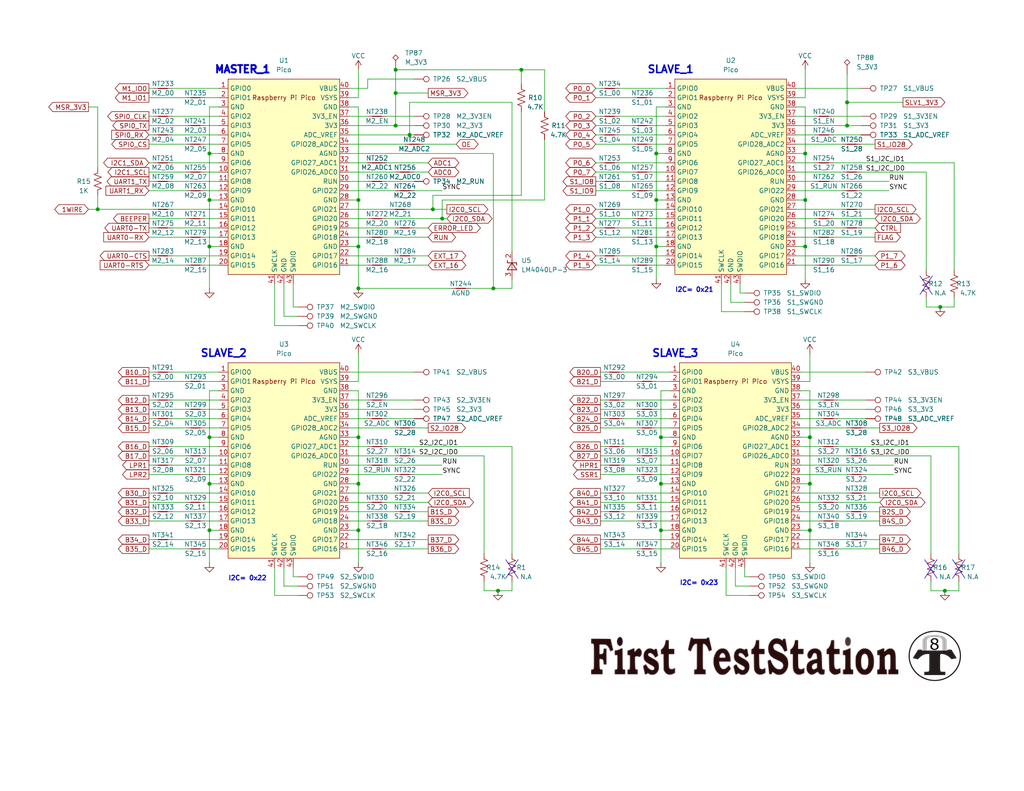
<source format=kicad_sch>
(kicad_sch (version 20230121) (generator eeschema)
  (paper "A")
  (title_block (title "Interconnect IO Board  640-1000-011") (date "2024-10-12") (rev "1.1"))
  (junction (at 26.67 57.15))
  (junction (at 220.98 132.08))
  (junction (at 231.14 27.94))
  (junction (at 180.34 119.38))
  (junction (at 134.62 78.74))
  (junction (at 97.79 144.78))
  (junction (at 256.54 83.82))
  (junction (at 118.11 57.15))
  (junction (at 120.65 59.69))
  (junction (at 219.71 54.61))
  (junction (at 57.15 67.31))
  (junction (at 97.79 54.61))
  (junction (at 220.98 144.78))
  (junction (at 57.15 144.78))
  (junction (at 107.95 34.29))
  (junction (at 220.98 119.38))
  (junction (at 107.95 19.05))
  (junction (at 97.79 78.74))
  (junction (at 179.07 67.31))
  (junction (at 97.79 132.08))
  (junction (at 179.07 54.61))
  (junction (at 57.15 132.08))
  (junction (at 57.15 41.91))
  (junction (at 97.79 67.31))
  (junction (at 180.34 132.08))
  (junction (at 257.81 161.29))
  (junction (at 57.15 119.38))
  (junction (at 142.24 19.05))
  (junction (at 57.15 54.61))
  (junction (at 179.07 41.91))
  (junction (at 219.71 67.31))
  (junction (at 231.14 34.29))
  (junction (at 107.95 25.4))
  (junction (at 111.76 36.83))
  (junction (at 219.71 41.91))
  (junction (at 180.34 144.78))
  (junction (at 97.79 119.38))
  (junction (at 135.89 161.29))
  (wire (pts (xy 95.25 116.84) (xy 107.95 116.84)))
  (wire (pts (xy 219.71 26.67) (xy 219.71 19.05)))
  (wire (pts (xy 97.79 132.08) (xy 97.79 144.78)))
  (wire (pts (xy 95.25 26.67) (xy 97.79 26.67)))
  (wire (pts (xy 139.7 161.29) (xy 135.89 161.29)))
  (wire (pts (xy 81.28 162.56) (xy 74.93 162.56)))
  (wire (pts (xy 40.64 137.16) (xy 50.8 137.16)))
  (wire (pts (xy 55.88 104.14) (xy 59.69 104.14)))
  (wire (pts (xy 217.17 31.75) (xy 222.25 31.75)))
  (wire (pts (xy 95.25 106.68) (xy 97.79 106.68)))
  (wire (pts (xy 95.25 67.31) (xy 97.79 67.31)))
  (wire (pts (xy 148.59 54.61) (xy 148.59 38.1)))
  (wire (pts (xy 40.64 24.13) (xy 41.91 24.13)))
  (wire (pts (xy 26.67 53.34) (xy 26.67 57.15)))
  (wire (pts (xy 196.85 85.09) (xy 196.85 77.47)))
  (wire (pts (xy 74.93 77.47) (xy 74.93 88.9)))
  (wire (pts (xy 40.64 111.76) (xy 50.8 111.76)))
  (wire (pts (xy 107.95 34.29) (xy 113.03 34.29)))
  (wire (pts (xy 132.08 161.29) (xy 135.89 161.29)))
  (wire (pts (xy 231.14 34.29) (xy 231.14 27.94)))
  (wire (pts (xy 26.67 57.15) (xy 41.91 57.15)))
  (wire (pts (xy 40.64 104.14) (xy 50.8 104.14)))
  (wire (pts (xy 162.56 72.39) (xy 172.72 72.39)))
  (wire (pts (xy 46.99 36.83) (xy 59.69 36.83)))
  (wire (pts (xy 59.69 106.68) (xy 57.15 106.68)))
  (wire (pts (xy 163.83 142.24) (xy 173.99 142.24)))
  (wire (pts (xy 134.62 41.91) (xy 134.62 78.74)))
  (wire (pts (xy 116.84 149.86) (xy 105.41 149.86)))
  (wire (pts (xy 238.76 64.77) (xy 227.33 64.77)))
  (wire (pts (xy 111.76 27.94) (xy 139.7 27.94)))
  (wire (pts (xy 179.07 111.76) (xy 182.88 111.76)))
  (wire (pts (xy 162.56 62.23) (xy 163.83 62.23)))
  (wire (pts (xy 40.64 44.45) (xy 41.91 44.45)))
  (wire (pts (xy 81.28 157.48) (xy 80.01 157.48)))
  (wire (pts (xy 228.6 127) (xy 243.84 127)))
  (wire (pts (xy 162.56 31.75) (xy 163.83 31.75)))
  (wire (pts (xy 95.25 142.24) (xy 100.33 142.24)))
  (wire (pts (xy 113.03 124.46) (xy 132.08 124.46)))
  (wire (pts (xy 179.07 116.84) (xy 182.88 116.84)))
  (wire (pts (xy 111.76 57.15) (xy 118.11 57.15)))
  (wire (pts (xy 220.98 106.68) (xy 220.98 119.38)))
  (wire (pts (xy 218.44 119.38) (xy 220.98 119.38)))
  (wire (pts (xy 240.03 149.86) (xy 228.6 149.86)))
  (wire (pts (xy 74.93 162.56) (xy 74.93 154.94)))
  (wire (pts (xy 240.03 116.84) (xy 236.22 116.84)))
  (wire (pts (xy 163.83 137.16) (xy 173.99 137.16)))
  (wire (pts (xy 203.2 85.09) (xy 196.85 85.09)))
  (wire (pts (xy 254 124.46) (xy 254 151.13)))
  (wire (pts (xy 177.8 64.77) (xy 181.61 64.77)))
  (wire (pts (xy 163.83 124.46) (xy 173.99 124.46)))
  (wire (pts (xy 203.2 82.55) (xy 199.39 82.55)))
  (wire (pts (xy 162.56 46.99) (xy 172.72 46.99)))
  (wire (pts (xy 163.83 109.22) (xy 165.1 109.22)))
  (wire (pts (xy 95.25 114.3) (xy 100.33 114.3)))
  (wire (pts (xy 107.95 19.05) (xy 107.95 25.4)))
  (wire (pts (xy 111.76 36.83) (xy 113.03 36.83)))
  (wire (pts (xy 148.59 30.48) (xy 148.59 19.05)))
  (wire (pts (xy 105.41 109.22) (xy 113.03 109.22)))
  (wire (pts (xy 179.07 104.14) (xy 182.88 104.14)))
  (wire (pts (xy 170.18 134.62) (xy 182.88 134.62)))
  (wire (pts (xy 254 161.29) (xy 257.81 161.29)))
  (wire (pts (xy 204.47 162.56) (xy 198.12 162.56)))
  (wire (pts (xy 218.44 139.7) (xy 231.14 139.7)))
  (wire (pts (xy 181.61 29.21) (xy 179.07 29.21)))
  (wire (pts (xy 97.79 67.31) (xy 97.79 78.74)))
  (wire (pts (xy 217.17 24.13) (xy 234.95 24.13)))
  (wire (pts (xy 132.08 124.46) (xy 132.08 151.13)))
  (wire (pts (xy 46.99 127) (xy 59.69 127)))
  (wire (pts (xy 97.79 78.74) (xy 123.19 78.74)))
  (wire (pts (xy 107.95 25.4) (xy 107.95 34.29)))
  (wire (pts (xy 95.25 52.07) (xy 107.95 52.07)))
  (wire (pts (xy 118.11 53.34) (xy 142.24 53.34)))
  (wire (pts (xy 116.84 147.32) (xy 113.03 147.32)))
  (wire (pts (xy 236.22 129.54) (xy 243.84 129.54)))
  (wire (pts (xy 116.84 72.39) (xy 105.41 72.39)))
  (wire (pts (xy 57.15 132.08) (xy 57.15 144.78)))
  (wire (pts (xy 77.47 160.02) (xy 77.47 154.94)))
  (wire (pts (xy 162.56 39.37) (xy 172.72 39.37)))
  (wire (pts (xy 26.67 29.21) (xy 26.67 45.72)))
  (wire (pts (xy 105.41 137.16) (xy 116.84 137.16)))
  (wire (pts (xy 180.34 106.68) (xy 180.34 119.38)))
  (wire (pts (xy 177.8 72.39) (xy 181.61 72.39)))
  (wire (pts (xy 95.25 62.23) (xy 107.95 62.23)))
  (wire (pts (xy 95.25 64.77) (xy 100.33 64.77)))
  (wire (pts (xy 118.11 57.15) (xy 121.92 57.15)))
  (wire (pts (xy 181.61 54.61) (xy 179.07 54.61)))
  (wire (pts (xy 59.69 132.08) (xy 57.15 132.08)))
  (wire (pts (xy 179.07 129.54) (xy 182.88 129.54)))
  (wire (pts (xy 218.44 134.62) (xy 231.14 134.62)))
  (wire (pts (xy 55.88 111.76) (xy 59.69 111.76)))
  (wire (pts (xy 234.95 52.07) (xy 242.57 52.07)))
  (wire (pts (xy 120.65 59.69) (xy 121.92 59.69)))
  (wire (pts (xy 95.25 147.32) (xy 107.95 147.32)))
  (wire (pts (xy 46.99 109.22) (xy 59.69 109.22)))
  (wire (pts (xy 97.79 144.78) (xy 97.79 153.67)))
  (wire (pts (xy 180.34 153.67) (xy 180.34 144.78)))
  (wire (pts (xy 177.8 46.99) (xy 181.61 46.99)))
  (wire (pts (xy 220.98 119.38) (xy 220.98 132.08)))
  (wire (pts (xy 163.83 127) (xy 165.1 127)))
  (wire (pts (xy 203.2 157.48) (xy 203.2 154.94)))
  (wire (pts (xy 182.88 106.68) (xy 180.34 106.68)))
  (wire (pts (xy 55.88 72.39) (xy 59.69 72.39)))
  (wire (pts (xy 217.17 72.39) (xy 222.25 72.39)))
  (wire (pts (xy 116.84 139.7) (xy 113.03 139.7)))
  (wire (pts (xy 46.99 57.15) (xy 59.69 57.15)))
  (wire (pts (xy 182.88 119.38) (xy 180.34 119.38)))
  (wire (pts (xy 97.79 119.38) (xy 97.79 132.08)))
  (wire (pts (xy 168.91 49.53) (xy 181.61 49.53)))
  (wire (pts (xy 168.91 24.13) (xy 181.61 24.13)))
  (wire (pts (xy 57.15 144.78) (xy 59.69 144.78)))
  (wire (pts (xy 46.99 24.13) (xy 59.69 24.13)))
  (wire (pts (xy 218.44 149.86) (xy 223.52 149.86)))
  (wire (pts (xy 238.76 72.39) (xy 227.33 72.39)))
  (wire (pts (xy 199.39 82.55) (xy 199.39 77.47)))
  (wire (pts (xy 218.44 111.76) (xy 236.22 111.76)))
  (wire (pts (xy 46.99 114.3) (xy 59.69 114.3)))
  (wire (pts (xy 163.83 134.62) (xy 165.1 134.62)))
  (wire (pts (xy 217.17 34.29) (xy 231.14 34.29)))
  (wire (pts (xy 55.88 39.37) (xy 59.69 39.37)))
  (wire (pts (xy 80.01 77.47) (xy 80.01 83.82)))
  (wire (pts (xy 95.25 111.76) (xy 113.03 111.76)))
  (wire (pts (xy 228.6 137.16) (xy 240.03 137.16)))
  (wire (pts (xy 218.44 106.68) (xy 220.98 106.68)))
  (wire (pts (xy 95.25 31.75) (xy 100.33 31.75)))
  (wire (pts (xy 217.17 26.67) (xy 219.71 26.67)))
  (wire (pts (xy 238.76 39.37) (xy 234.95 39.37)))
  (wire (pts (xy 139.7 158.75) (xy 139.7 161.29)))
  (wire (pts (xy 218.44 132.08) (xy 220.98 132.08)))
  (wire (pts (xy 105.41 59.69) (xy 120.65 59.69)))
  (wire (pts (xy 217.17 67.31) (xy 219.71 67.31)))
  (wire (pts (xy 179.07 149.86) (xy 182.88 149.86)))
  (wire (pts (xy 97.79 106.68) (xy 97.79 119.38)))
  (wire (pts (xy 113.03 129.54) (xy 120.65 129.54)))
  (wire (pts (xy 97.79 54.61) (xy 97.79 67.31)))
  (wire (pts (xy 40.64 72.39) (xy 50.8 72.39)))
  (wire (pts (xy 40.64 121.92) (xy 41.91 121.92)))
  (wire (pts (xy 200.66 160.02) (xy 200.66 154.94)))
  (wire (pts (xy 40.64 64.77) (xy 50.8 64.77)))
  (wire (pts (xy 116.84 44.45) (xy 105.41 44.45)))
  (wire (pts (xy 179.07 54.61) (xy 179.07 67.31)))
  (wire (pts (xy 217.17 39.37) (xy 229.87 39.37)))
  (wire (pts (xy 217.17 54.61) (xy 219.71 54.61)))
  (wire (pts (xy 180.34 144.78) (xy 182.88 144.78)))
  (wire (pts (xy 55.88 129.54) (xy 59.69 129.54)))
  (wire (pts (xy 55.88 34.29) (xy 59.69 34.29)))
  (wire (pts (xy 182.88 132.08) (xy 180.34 132.08)))
  (wire (pts (xy 118.11 57.15) (xy 118.11 53.34)))
  (wire (pts (xy 97.79 19.05) (xy 97.79 26.67)))
  (wire (pts (xy 95.25 137.16) (xy 100.33 137.16)))
  (wire (pts (xy 40.64 101.6) (xy 41.91 101.6)))
  (wire (pts (xy 55.88 116.84) (xy 59.69 116.84)))
  (wire (pts (xy 105.41 127) (xy 120.65 127)))
  (wire (pts (xy 95.25 104.14) (xy 97.79 104.14)))
  (wire (pts (xy 261.62 121.92) (xy 261.62 151.13)))
  (wire (pts (xy 116.84 64.77) (xy 105.41 64.77)))
  (wire (pts (xy 24.13 57.15) (xy 26.67 57.15)))
  (wire (pts (xy 218.44 124.46) (xy 231.14 124.46)))
  (wire (pts (xy 218.44 116.84) (xy 231.14 116.84)))
  (wire (pts (xy 162.56 36.83) (xy 163.83 36.83)))
  (wire (pts (xy 113.03 52.07) (xy 120.65 52.07)))
  (wire (pts (xy 40.64 36.83) (xy 41.91 36.83)))
  (wire (pts (xy 55.88 149.86) (xy 59.69 149.86)))
  (wire (pts (xy 163.83 116.84) (xy 173.99 116.84)))
  (wire (pts (xy 218.44 127) (xy 223.52 127)))
  (wire (pts (xy 218.44 104.14) (xy 220.98 104.14)))
  (wire (pts (xy 168.91 31.75) (xy 181.61 31.75)))
  (wire (pts (xy 238.76 62.23) (xy 234.95 62.23)))
  (wire (pts (xy 139.7 27.94) (xy 139.7 68.58)))
  (wire (pts (xy 227.33 36.83) (xy 234.95 36.83)))
  (wire (pts (xy 40.64 114.3) (xy 41.91 114.3)))
  (wire (pts (xy 163.83 139.7) (xy 165.1 139.7)))
  (wire (pts (xy 177.8 26.67) (xy 181.61 26.67)))
  (wire (pts (xy 236.22 124.46) (xy 254 124.46)))
  (wire (pts (xy 162.56 26.67) (xy 172.72 26.67)))
  (wire (pts (xy 180.34 119.38) (xy 180.34 132.08)))
  (wire (pts (xy 81.28 83.82) (xy 80.01 83.82)))
  (wire (pts (xy 40.64 69.85) (xy 41.91 69.85)))
  (wire (pts (xy 218.44 114.3) (xy 223.52 114.3)))
  (wire (pts (xy 163.83 121.92) (xy 165.1 121.92)))
  (wire (pts (xy 81.28 86.36) (xy 77.47 86.36)))
  (wire (pts (xy 57.15 78.74) (xy 57.15 67.31)))
  (wire (pts (xy 57.15 153.67) (xy 57.15 144.78)))
  (wire (pts (xy 57.15 119.38) (xy 57.15 132.08)))
  (wire (pts (xy 227.33 49.53) (xy 242.57 49.53)))
  (wire (pts (xy 261.62 158.75) (xy 261.62 161.29)))
  (wire (pts (xy 218.44 142.24) (xy 223.52 142.24)))
  (wire (pts (xy 204.47 160.02) (xy 200.66 160.02)))
  (wire (pts (xy 95.25 134.62) (xy 107.95 134.62)))
  (wire (pts (xy 95.25 109.22) (xy 100.33 109.22)))
  (wire (pts (xy 217.17 41.91) (xy 219.71 41.91)))
  (wire (pts (xy 163.83 129.54) (xy 173.99 129.54)))
  (wire (pts (xy 228.6 121.92) (xy 261.62 121.92)))
  (wire (pts (xy 179.07 137.16) (xy 182.88 137.16)))
  (wire (pts (xy 217.17 46.99) (xy 229.87 46.99)))
  (wire (pts (xy 231.14 20.32) (xy 231.14 27.94)))
  (wire (pts (xy 95.25 44.45) (xy 100.33 44.45)))
  (wire (pts (xy 116.84 46.99) (xy 113.03 46.99)))
  (wire (pts (xy 252.73 46.99) (xy 252.73 73.66)))
  (wire (pts (xy 204.47 157.48) (xy 203.2 157.48)))
  (wire (pts (xy 57.15 29.21) (xy 57.15 41.91)))
  (wire (pts (xy 128.27 78.74) (xy 134.62 78.74)))
  (wire (pts (xy 179.07 76.2) (xy 179.07 67.31)))
  (wire (pts (xy 77.47 77.47) (xy 77.47 86.36)))
  (wire (pts (xy 139.7 78.74) (xy 139.7 76.2)))
  (wire (pts (xy 231.14 27.94) (xy 246.38 27.94)))
  (wire (pts (xy 105.41 31.75) (xy 113.03 31.75)))
  (wire (pts (xy 218.44 129.54) (xy 231.14 129.54)))
  (wire (pts (xy 40.64 46.99) (xy 50.8 46.99)))
  (wire (pts (xy 177.8 52.07) (xy 181.61 52.07)))
  (wire (pts (xy 170.18 139.7) (xy 182.88 139.7)))
  (wire (pts (xy 40.64 109.22) (xy 41.91 109.22)))
  (wire (pts (xy 181.61 41.91) (xy 179.07 41.91)))
  (wire (pts (xy 46.99 31.75) (xy 59.69 31.75)))
  (wire (pts (xy 168.91 44.45) (xy 181.61 44.45)))
  (wire (pts (xy 220.98 96.52) (xy 220.98 104.14)))
  (wire (pts (xy 177.8 59.69) (xy 181.61 59.69)))
  (wire (pts (xy 179.07 29.21) (xy 179.07 41.91)))
  (wire (pts (xy 40.64 26.67) (xy 50.8 26.67)))
  (wire (pts (xy 163.83 149.86) (xy 173.99 149.86)))
  (wire (pts (xy 240.03 147.32) (xy 236.22 147.32)))
  (wire (pts (xy 218.44 101.6) (xy 236.22 101.6)))
  (wire (pts (xy 142.24 19.05) (xy 148.59 19.05)))
  (wire (pts (xy 120.65 54.61) (xy 148.59 54.61)))
  (wire (pts (xy 40.64 52.07) (xy 50.8 52.07)))
  (wire (pts (xy 40.64 49.53) (xy 41.91 49.53)))
  (wire (pts (xy 170.18 114.3) (xy 182.88 114.3)))
  (wire (pts (xy 168.91 57.15) (xy 181.61 57.15)))
  (wire (pts (xy 162.56 59.69) (xy 172.72 59.69)))
  (wire (pts (xy 217.17 36.83) (xy 222.25 36.83)))
  (wire (pts (xy 46.99 49.53) (xy 59.69 49.53)))
  (wire (pts (xy 113.03 134.62) (xy 116.84 134.62)))
  (wire (pts (xy 124.46 39.37) (xy 115.57 39.37)))
  (wire (pts (xy 162.56 44.45) (xy 163.83 44.45)))
  (wire (pts (xy 168.91 36.83) (xy 181.61 36.83)))
  (wire (pts (xy 40.64 134.62) (xy 41.91 134.62)))
  (wire (pts (xy 142.24 30.48) (xy 142.24 53.34)))
  (wire (pts (xy 97.79 29.21) (xy 97.79 54.61)))
  (wire (pts (xy 95.25 139.7) (xy 107.95 139.7)))
  (wire (pts (xy 116.84 69.85) (xy 113.03 69.85)))
  (wire (pts (xy 162.56 34.29) (xy 172.72 34.29)))
  (wire (pts (xy 227.33 59.69) (xy 238.76 59.69)))
  (wire (pts (xy 217.17 49.53) (xy 222.25 49.53)))
  (wire (pts (xy 107.95 19.05) (xy 142.24 19.05)))
  (wire (pts (xy 40.64 149.86) (xy 50.8 149.86)))
  (wire (pts (xy 217.17 69.85) (xy 229.87 69.85)))
  (wire (pts (xy 218.44 109.22) (xy 223.52 109.22)))
  (wire (pts (xy 228.6 114.3) (xy 236.22 114.3)))
  (wire (pts (xy 55.88 46.99) (xy 59.69 46.99)))
  (wire (pts (xy 134.62 78.74) (xy 139.7 78.74)))
  (wire (pts (xy 95.25 39.37) (xy 110.49 39.37)))
  (wire (pts (xy 105.41 114.3) (xy 113.03 114.3)))
  (wire (pts (xy 59.69 119.38) (xy 57.15 119.38)))
  (wire (pts (xy 132.08 158.75) (xy 132.08 161.29)))
  (wire (pts (xy 59.69 41.91) (xy 57.15 41.91)))
  (wire (pts (xy 240.03 139.7) (xy 236.22 139.7)))
  (wire (pts (xy 217.17 62.23) (xy 229.87 62.23)))
  (wire (pts (xy 260.35 83.82) (xy 256.54 83.82)))
  (wire (pts (xy 198.12 162.56) (xy 198.12 154.94)))
  (wire (pts (xy 55.88 59.69) (xy 59.69 59.69)))
  (wire (pts (xy 162.56 49.53) (xy 163.83 49.53)))
  (wire (pts (xy 231.14 34.29) (xy 234.95 34.29)))
  (wire (pts (xy 227.33 31.75) (xy 234.95 31.75)))
  (wire (pts (xy 40.64 39.37) (xy 50.8 39.37)))
  (wire (pts (xy 57.15 106.68) (xy 57.15 119.38)))
  (wire (pts (xy 40.64 34.29) (xy 50.8 34.29)))
  (wire (pts (xy 220.98 144.78) (xy 220.98 153.67)))
  (wire (pts (xy 40.64 124.46) (xy 50.8 124.46)))
  (wire (pts (xy 180.34 132.08) (xy 180.34 144.78)))
  (wire (pts (xy 163.83 111.76) (xy 173.99 111.76)))
  (wire (pts (xy 40.64 127) (xy 41.91 127)))
  (wire (pts (xy 220.98 132.08) (xy 220.98 144.78)))
  (wire (pts (xy 162.56 24.13) (xy 163.83 24.13)))
  (wire (pts (xy 95.25 72.39) (xy 100.33 72.39)))
  (wire (pts (xy 170.18 101.6) (xy 182.88 101.6)))
  (wire (pts (xy 95.25 144.78) (xy 97.79 144.78)))
  (wire (pts (xy 57.15 54.61) (xy 57.15 67.31)))
  (wire (pts (xy 55.88 124.46) (xy 59.69 124.46)))
  (wire (pts (xy 260.35 44.45) (xy 260.35 73.66)))
  (wire (pts (xy 218.44 137.16) (xy 223.52 137.16)))
  (wire (pts (xy 170.18 147.32) (xy 182.88 147.32)))
  (wire (pts (xy 95.25 36.83) (xy 111.76 36.83)))
  (wire (pts (xy 97.79 104.14) (xy 97.79 96.52)))
  (wire (pts (xy 95.25 49.53) (xy 100.33 49.53)))
  (wire (pts (xy 40.64 129.54) (xy 50.8 129.54)))
  (wire (pts (xy 163.83 147.32) (xy 165.1 147.32)))
  (wire (pts (xy 116.84 142.24) (xy 105.41 142.24)))
  (wire (pts (xy 57.15 41.91) (xy 57.15 54.61)))
  (wire (pts (xy 227.33 44.45) (xy 260.35 44.45)))
  (wire (pts (xy 170.18 121.92) (xy 182.88 121.92)))
  (wire (pts (xy 40.64 59.69) (xy 50.8 59.69)))
  (wire (pts (xy 113.03 21.59) (xy 100.33 21.59)))
  (wire (pts (xy 163.83 114.3) (xy 165.1 114.3)))
  (wire (pts (xy 80.01 157.48) (xy 80.01 154.94)))
  (wire (pts (xy 179.07 142.24) (xy 182.88 142.24)))
  (wire (pts (xy 111.76 36.83) (xy 111.76 27.94)))
  (wire (pts (xy 59.69 54.61) (xy 57.15 54.61)))
  (wire (pts (xy 55.88 52.07) (xy 59.69 52.07)))
  (wire (pts (xy 105.41 49.53) (xy 113.03 49.53)))
  (wire (pts (xy 95.25 129.54) (xy 107.95 129.54)))
  (wire (pts (xy 234.95 57.15) (xy 238.76 57.15)))
  (wire (pts (xy 24.13 29.21) (xy 26.67 29.21)))
  (wire (pts (xy 238.76 69.85) (xy 234.95 69.85)))
  (wire (pts (xy 81.28 160.02) (xy 77.47 160.02)))
  (wire (pts (xy 116.84 116.84) (xy 113.03 116.84)))
  (wire (pts (xy 116.84 62.23) (xy 113.03 62.23)))
  (wire (pts (xy 162.56 64.77) (xy 172.72 64.77)))
  (wire (pts (xy 46.99 147.32) (xy 59.69 147.32)))
  (wire (pts (xy 46.99 134.62) (xy 59.69 134.62)))
  (wire (pts (xy 260.35 81.28) (xy 260.35 83.82)))
  (wire (pts (xy 236.22 134.62) (xy 240.03 134.62)))
  (wire (pts (xy 170.18 127) (xy 182.88 127)))
  (wire (pts (xy 100.33 24.13) (xy 95.25 24.13)))
  (wire (pts (xy 257.81 161.29) (xy 261.62 161.29)))
  (wire (pts (xy 240.03 142.24) (xy 228.6 142.24)))
  (wire (pts (xy 95.25 59.69) (xy 100.33 59.69)))
  (wire (pts (xy 217.17 29.21) (xy 219.71 29.21)))
  (wire (pts (xy 219.71 54.61) (xy 219.71 67.31)))
  (wire (pts (xy 107.95 25.4) (xy 116.84 25.4)))
  (wire (pts (xy 217.17 64.77) (xy 222.25 64.77)))
  (wire (pts (xy 95.25 34.29) (xy 107.95 34.29)))
  (wire (pts (xy 203.2 80.01) (xy 201.93 80.01)))
  (wire (pts (xy 46.99 69.85) (xy 59.69 69.85)))
  (wire (pts (xy 95.25 41.91) (xy 134.62 41.91)))
  (wire (pts (xy 219.71 29.21) (xy 219.71 41.91)))
  (wire (pts (xy 59.69 29.21) (xy 57.15 29.21)))
  (wire (pts (xy 40.64 62.23) (xy 41.91 62.23)))
  (wire (pts (xy 46.99 121.92) (xy 59.69 121.92)))
  (wire (pts (xy 95.25 121.92) (xy 100.33 121.92)))
  (wire (pts (xy 95.25 124.46) (xy 107.95 124.46)))
  (wire (pts (xy 228.6 109.22) (xy 236.22 109.22)))
  (wire (pts (xy 218.44 121.92) (xy 223.52 121.92)))
  (wire (pts (xy 139.7 121.92) (xy 139.7 151.13)))
  (wire (pts (xy 95.25 54.61) (xy 97.79 54.61)))
  (wire (pts (xy 95.25 119.38) (xy 97.79 119.38)))
  (wire (pts (xy 254 158.75) (xy 254 161.29)))
  (wire (pts (xy 100.33 21.59) (xy 100.33 24.13)))
  (wire (pts (xy 219.71 67.31) (xy 219.71 76.2)))
  (wire (pts (xy 46.99 101.6) (xy 59.69 101.6)))
  (wire (pts (xy 219.71 41.91) (xy 219.71 54.61)))
  (wire (pts (xy 217.17 59.69) (xy 222.25 59.69)))
  (wire (pts (xy 201.93 80.01) (xy 201.93 77.47)))
  (wire (pts (xy 120.65 59.69) (xy 120.65 54.61)))
  (wire (pts (xy 55.88 137.16) (xy 59.69 137.16)))
  (wire (pts (xy 234.95 46.99) (xy 252.73 46.99)))
  (wire (pts (xy 40.64 116.84) (xy 50.8 116.84)))
  (wire (pts (xy 163.83 101.6) (xy 165.1 101.6)))
  (wire (pts (xy 142.24 22.86) (xy 142.24 19.05)))
  (wire (pts (xy 46.99 62.23) (xy 59.69 62.23)))
  (wire (pts (xy 105.41 121.92) (xy 139.7 121.92)))
  (wire (pts (xy 168.91 62.23) (xy 181.61 62.23)))
  (wire (pts (xy 162.56 57.15) (xy 163.83 57.15)))
  (wire (pts (xy 217.17 52.07) (xy 229.87 52.07)))
  (wire (pts (xy 95.25 46.99) (xy 107.95 46.99)))
  (wire (pts (xy 177.8 39.37) (xy 181.61 39.37)))
  (wire (pts (xy 162.56 69.85) (xy 163.83 69.85)))
  (wire (pts (xy 57.15 67.31) (xy 59.69 67.31)))
  (wire (pts (xy 55.88 64.77) (xy 59.69 64.77)))
  (wire (pts (xy 179.07 67.31) (xy 181.61 67.31)))
  (wire (pts (xy 55.88 142.24) (xy 59.69 142.24)))
  (wire (pts (xy 95.25 57.15) (xy 106.68 57.15)))
  (wire (pts (xy 179.07 124.46) (xy 182.88 124.46)))
  (wire (pts (xy 40.64 139.7) (xy 41.91 139.7)))
  (wire (pts (xy 218.44 147.32) (xy 231.14 147.32)))
  (wire (pts (xy 46.99 139.7) (xy 59.69 139.7)))
  (wire (pts (xy 252.73 83.82) (xy 256.54 83.82)))
  (wire (pts (xy 81.28 88.9) (xy 74.93 88.9)))
  (wire (pts (xy 95.25 29.21) (xy 97.79 29.21)))
  (wire (pts (xy 40.64 147.32) (xy 41.91 147.32)))
  (wire (pts (xy 179.07 41.91) (xy 179.07 54.61)))
  (wire (pts (xy 95.25 101.6) (xy 113.03 101.6)))
  (wire (pts (xy 168.91 69.85) (xy 181.61 69.85)))
  (wire (pts (xy 55.88 26.67) (xy 59.69 26.67)))
  (wire (pts (xy 40.64 142.24) (xy 50.8 142.24)))
  (wire (pts (xy 40.64 31.75) (xy 41.91 31.75)))
  (wire (pts (xy 170.18 109.22) (xy 182.88 109.22)))
  (wire (pts (xy 95.25 69.85) (xy 107.95 69.85)))
  (wire (pts (xy 95.25 132.08) (xy 97.79 132.08)))
  (wire (pts (xy 252.73 81.28) (xy 252.73 83.82)))
  (wire (pts (xy 46.99 44.45) (xy 59.69 44.45)))
  (wire (pts (xy 177.8 34.29) (xy 181.61 34.29)))
  (wire (pts (xy 163.83 104.14) (xy 173.99 104.14)))
  (wire (pts (xy 95.25 127) (xy 100.33 127)))
  (wire (pts (xy 217.17 57.15) (xy 229.87 57.15)))
  (wire (pts (xy 162.56 52.07) (xy 172.72 52.07)))
  (wire (pts (xy 217.17 44.45) (xy 222.25 44.45)))
  (wire (pts (xy 95.25 149.86) (xy 100.33 149.86)))
  (wire (pts (xy 218.44 144.78) (xy 220.98 144.78)))
  (image (at 203.2 179.07) (scale 2.13772))
  (image (at 255.27 179.07))
  (text "SLAVE_2" (at 54.61 97.79 0) (effects (font (size 2.032 2.032) bold) (justify left bottom)))
  (text "I2C= 0x23" (at 185.42 160.02 0) (effects (font (size 1.27 1.27) (thickness 0.254) bold) (justify left bottom)))
  (text "X" (at 259.08 158.75 0) (effects (font (size 5.08 5.08)) (justify left bottom)))
  (text "I2C= 0x22" (at 62.23 158.75 0) (effects (font (size 1.27 1.27) (thickness 0.254) bold) (justify left bottom)))
  (text "X" (at 250.19 81.28 0) (effects (font (size 5.08 5.08)) (justify left bottom)))
  (text "I2C= 0x21" (at 184.15 80.01 0) (effects (font (size 1.27 1.27) (thickness 0.254) bold) (justify left bottom)))
  (text "MASTER_1" (at 58.42 20.32 0) (effects (font (size 2.032 2.032) (thickness 0.762) bold) (justify left bottom)))
  (text "SLAVE_3" (at 177.8 97.79 0) (effects (font (size 2.032 2.032) bold) (justify left bottom)))
  (text "SLAVE_1" (at 176.53 20.32 0) (effects (font (size 2.032 2.032) bold) (justify left bottom)))
  (text "X" (at 251.46 158.75 0) (effects (font (size 5.08 5.08)) (justify left bottom)))
  (text "X" (at 137.16 158.75 0) (effects (font (size 5.08 5.08)) (justify left bottom)))
  (label "SYNC" (at 242.57 52.07 0))
  (label "SYNC" (at 243.84 129.54 0))
  (label "S1_I2C_ID1" (at 236.22 44.45 0))
  (label "SYNC" (at 120.65 129.54 0))
  (label "S1_I2C_ID0" (at 236.22 46.99 0))
  (label "S2_I2C_ID1" (at 114.3 121.92 0))
  (label "RUN" (at 120.65 127 0))
  (label "RUN" (at 242.57 49.53 0))
  (label "SYNC" (at 120.65 52.07 0))
  (label "RUN" (at 243.84 127 0))
  (label "S3_I2C_ID1" (at 237.49 121.92 0))
  (label "S2_I2C_ID0" (at 114.3 124.46 0))
  (label "S3_I2C_ID0" (at 237.49 124.46 0))
  (global_label "B16_D" (shape output) (at 40.64 121.92 180) (property "Intersheetrefs" "${INTERSHEET_REFS}" (effects hide)))
  (global_label "B26_D" (shape output) (at 163.83 121.92 180) (property "Intersheetrefs" "${INTERSHEET_REFS}" (effects hide)))
  (global_label "UART0-RX" (shape input) (at 40.64 64.77 180) (property "Intersheetrefs" "${INTERSHEET_REFS}" (effects hide)))
  (global_label "ADC1" (shape bidirectional) (at 116.84 44.45 0) (property "Intersheetrefs" "${INTERSHEET_REFS}" (effects hide)))
  (global_label "MSR_3V3" (shape output) (at 24.13 29.21 180) (property "Intersheetrefs" "${INTERSHEET_REFS}" (effects hide)))
  (global_label "B23_D" (shape output) (at 163.83 111.76 180) (property "Intersheetrefs" "${INTERSHEET_REFS}" (effects hide)))
  (global_label "I2C0_SDA" (shape bidirectional) (at 240.03 137.16 0) (property "Intersheetrefs" "${INTERSHEET_REFS}" (effects hide)))
  (global_label "B3S_D" (shape output) (at 116.84 142.24 0) (property "Intersheetrefs" "${INTERSHEET_REFS}" (effects hide)))
  (global_label "UART1_TX" (shape output) (at 40.64 49.53 180) (property "Intersheetrefs" "${INTERSHEET_REFS}" (effects hide)))
  (global_label "B25_D" (shape output) (at 163.83 116.84 180) (property "Intersheetrefs" "${INTERSHEET_REFS}" (effects hide)))
  (global_label "M1_IO0" (shape output) (at 40.64 24.13 180) (property "Intersheetrefs" "${INTERSHEET_REFS}" (effects hide)))
  (global_label "I2C0_SDA" (shape bidirectional) (at 121.92 59.69 0) (property "Intersheetrefs" "${INTERSHEET_REFS}" (effects hide)))
  (global_label "P0_1" (shape bidirectional) (at 162.56 26.67 180) (property "Intersheetrefs" "${INTERSHEET_REFS}" (effects hide)))
  (global_label "P1_4" (shape bidirectional) (at 162.56 69.85 180) (property "Intersheetrefs" "${INTERSHEET_REFS}" (effects hide)))
  (global_label "I2C0_SCL" (shape output) (at 240.03 134.62 0) (property "Intersheetrefs" "${INTERSHEET_REFS}" (effects hide)))
  (global_label "B41_D" (shape output) (at 163.83 137.16 180) (property "Intersheetrefs" "${INTERSHEET_REFS}" (effects hide)))
  (global_label "B24_D" (shape output) (at 163.83 114.3 180) (property "Intersheetrefs" "${INTERSHEET_REFS}" (effects hide)))
  (global_label "ERROR_LED" (shape bidirectional) (at 116.84 62.23 0) (property "Intersheetrefs" "${INTERSHEET_REFS}" (effects hide)))
  (global_label "P0_6" (shape bidirectional) (at 162.56 44.45 180) (property "Intersheetrefs" "${INTERSHEET_REFS}" (effects hide)))
  (global_label "B10_D" (shape output) (at 40.64 101.6 180) (property "Intersheetrefs" "${INTERSHEET_REFS}" (effects hide)))
  (global_label "S3_IO28" (shape output) (at 240.03 116.84 0) (property "Intersheetrefs" "${INTERSHEET_REFS}" (effects hide)))
  (global_label "B34_D" (shape output) (at 40.64 147.32 180) (property "Intersheetrefs" "${INTERSHEET_REFS}" (effects hide)))
  (global_label "S1_IO8" (shape output) (at 162.56 49.53 180) (property "Intersheetrefs" "${INTERSHEET_REFS}" (effects hide)))
  (global_label "EXT_16" (shape bidirectional) (at 116.84 72.39 0) (property "Intersheetrefs" "${INTERSHEET_REFS}" (effects hide)))
  (global_label "I2C0_SDA" (shape bidirectional) (at 238.76 59.69 0) (property "Intersheetrefs" "${INTERSHEET_REFS}" (effects hide)))
  (global_label "P0_0" (shape bidirectional) (at 162.56 24.13 180) (property "Intersheetrefs" "${INTERSHEET_REFS}" (effects hide)))
  (global_label "M1_IO1" (shape output) (at 40.64 26.67 180) (property "Intersheetrefs" "${INTERSHEET_REFS}" (effects hide)))
  (global_label "B4S_D" (shape output) (at 240.03 142.24 0) (property "Intersheetrefs" "${INTERSHEET_REFS}" (effects hide)))
  (global_label "UART0-CTS" (shape output) (at 40.64 69.85 180) (property "Intersheetrefs" "${INTERSHEET_REFS}" (effects hide)))
  (global_label "B37_D" (shape output) (at 116.84 147.32 0) (property "Intersheetrefs" "${INTERSHEET_REFS}" (effects hide)))
  (global_label "CTRL" (shape input) (at 238.76 62.23 0) (property "Intersheetrefs" "${INTERSHEET_REFS}" (effects hide)))
  (global_label "BEEPER" (shape output) (at 40.64 59.69 180) (property "Intersheetrefs" "${INTERSHEET_REFS}" (effects hide)))
  (global_label "ADC0" (shape bidirectional) (at 116.84 46.99 0) (property "Intersheetrefs" "${INTERSHEET_REFS}" (effects hide)))
  (global_label "P1_6" (shape bidirectional) (at 238.76 72.39 0) (property "Intersheetrefs" "${INTERSHEET_REFS}" (effects hide)))
  (global_label "P1_1" (shape bidirectional) (at 162.56 59.69 180) (property "Intersheetrefs" "${INTERSHEET_REFS}" (effects hide)))
  (global_label "B43_D" (shape output) (at 163.83 142.24 180) (property "Intersheetrefs" "${INTERSHEET_REFS}" (effects hide)))
  (global_label "LPR2" (shape output) (at 40.64 129.54 180) (property "Intersheetrefs" "${INTERSHEET_REFS}" (effects hide)))
  (global_label "B31_D" (shape output) (at 40.64 137.16 180) (property "Intersheetrefs" "${INTERSHEET_REFS}" (effects hide)))
  (global_label "UART0-RTS" (shape input) (at 40.64 72.39 180) (property "Intersheetrefs" "${INTERSHEET_REFS}" (effects hide)))
  (global_label "S1_IO28" (shape output) (at 238.76 39.37 0) (property "Intersheetrefs" "${INTERSHEET_REFS}" (effects hide)))
  (global_label "B2S_D" (shape output) (at 240.03 139.7 0) (property "Intersheetrefs" "${INTERSHEET_REFS}" (effects hide)))
  (global_label "I2C0_SCL" (shape input) (at 116.84 134.62 0) (property "Intersheetrefs" "${INTERSHEET_REFS}" (effects hide)))
  (global_label "B44_D" (shape output) (at 163.83 147.32 180) (property "Intersheetrefs" "${INTERSHEET_REFS}" (effects hide)))
  (global_label "P1_7" (shape bidirectional) (at 238.76 69.85 0) (property "Intersheetrefs" "${INTERSHEET_REFS}" (effects hide)))
  (global_label "UART0-TX" (shape output) (at 40.64 62.23 180) (property "Intersheetrefs" "${INTERSHEET_REFS}" (effects hide)))
  (global_label "B45_D" (shape output) (at 163.83 149.86 180) (property "Intersheetrefs" "${INTERSHEET_REFS}" (effects hide)))
  (global_label "SSR1" (shape output) (at 163.83 129.54 180) (property "Intersheetrefs" "${INTERSHEET_REFS}" (effects hide)))
  (global_label "EXT_17" (shape bidirectional) (at 116.84 69.85 0) (property "Intersheetrefs" "${INTERSHEET_REFS}" (effects hide)))
  (global_label "B11_D" (shape output) (at 40.64 104.14 180) (property "Intersheetrefs" "${INTERSHEET_REFS}" (effects hide)))
  (global_label "SPI0_CS" (shape output) (at 40.64 39.37 180) (property "Intersheetrefs" "${INTERSHEET_REFS}" (effects hide)))
  (global_label "B32_D" (shape output) (at 40.64 139.7 180) (property "Intersheetrefs" "${INTERSHEET_REFS}" (effects hide)))
  (global_label "SPI0_RX" (shape input) (at 40.64 36.83 180) (property "Intersheetrefs" "${INTERSHEET_REFS}" (effects hide)))
  (global_label "SPI0_TX" (shape output) (at 40.64 34.29 180) (property "Intersheetrefs" "${INTERSHEET_REFS}" (effects hide)))
  (global_label "B1S_D" (shape output) (at 116.84 139.7 0) (property "Intersheetrefs" "${INTERSHEET_REFS}" (effects hide)))
  (global_label "I2C0_SCL" (shape output) (at 238.76 57.15 0) (property "Intersheetrefs" "${INTERSHEET_REFS}" (effects hide)))
  (global_label "B33_D" (shape output) (at 40.64 142.24 180) (property "Intersheetrefs" "${INTERSHEET_REFS}" (effects hide)))
  (global_label "SLV1_3V3" (shape output) (at 246.38 27.94 0) (property "Intersheetrefs" "${INTERSHEET_REFS}" (effects hide)))
  (global_label "P1_0" (shape bidirectional) (at 162.56 57.15 180) (property "Intersheetrefs" "${INTERSHEET_REFS}" (effects hide)))
  (global_label "B12_D" (shape output) (at 40.64 109.22 180) (property "Intersheetrefs" "${INTERSHEET_REFS}" (effects hide)))
  (global_label "P1_3" (shape bidirectional) (at 162.56 64.77 180) (property "Intersheetrefs" "${INTERSHEET_REFS}" (effects hide)))
  (global_label "B30_D" (shape output) (at 40.64 134.62 180) (property "Intersheetrefs" "${INTERSHEET_REFS}" (effects hide)))
  (global_label "RUN" (shape bidirectional) (at 116.84 64.77 0) (property "Intersheetrefs" "${INTERSHEET_REFS}" (effects hide)))
  (global_label "B22_D" (shape output) (at 163.83 109.22 180) (property "Intersheetrefs" "${INTERSHEET_REFS}" (effects hide)))
  (global_label "P0_4" (shape bidirectional) (at 162.56 36.83 180) (property "Intersheetrefs" "${INTERSHEET_REFS}" (effects hide)))
  (global_label "P1_2" (shape bidirectional) (at 162.56 62.23 180) (property "Intersheetrefs" "${INTERSHEET_REFS}" (effects hide)))
  (global_label "B15_D" (shape output) (at 40.64 116.84 180) (property "Intersheetrefs" "${INTERSHEET_REFS}" (effects hide)))
  (global_label "B13_D" (shape output) (at 40.64 111.76 180) (property "Intersheetrefs" "${INTERSHEET_REFS}" (effects hide)))
  (global_label "B27_D" (shape output) (at 163.83 124.46 180) (property "Intersheetrefs" "${INTERSHEET_REFS}" (effects hide)))
  (global_label "UART1_RX" (shape input) (at 40.64 52.07 180) (property "Intersheetrefs" "${INTERSHEET_REFS}" (effects hide)))
  (global_label "I2C1_SCL" (shape output) (at 40.64 46.99 180) (property "Intersheetrefs" "${INTERSHEET_REFS}" (effects hide)))
  (global_label "B14_D" (shape output) (at 40.64 114.3 180) (property "Intersheetrefs" "${INTERSHEET_REFS}" (effects hide)))
  (global_label "P0_2" (shape bidirectional) (at 162.56 31.75 180) (property "Intersheetrefs" "${INTERSHEET_REFS}" (effects hide)))
  (global_label "B36_D" (shape output) (at 116.84 149.86 0) (property "Intersheetrefs" "${INTERSHEET_REFS}" (effects hide)))
  (global_label "B42_D" (shape output) (at 163.83 139.7 180) (property "Intersheetrefs" "${INTERSHEET_REFS}" (effects hide)))
  (global_label "S1_IO9" (shape output) (at 162.56 52.07 180) (property "Intersheetrefs" "${INTERSHEET_REFS}" (effects hide)))
  (global_label "SPI0_CLK" (shape output) (at 40.64 31.75 180) (property "Intersheetrefs" "${INTERSHEET_REFS}" (effects hide)))
  (global_label "B46_D" (shape output) (at 240.03 149.86 0) (property "Intersheetrefs" "${INTERSHEET_REFS}" (effects hide)))
  (global_label "MSR_3V3" (shape output) (at 116.84 25.4 0) (property "Intersheetrefs" "${INTERSHEET_REFS}" (effects hide)))
  (global_label "B35_D" (shape output) (at 40.64 149.86 180) (property "Intersheetrefs" "${INTERSHEET_REFS}" (effects hide)))
  (global_label "P0_5" (shape bidirectional) (at 162.56 39.37 180) (property "Intersheetrefs" "${INTERSHEET_REFS}" (effects hide)))
  (global_label "I2C0_SCL" (shape output) (at 121.92 57.15 0) (property "Intersheetrefs" "${INTERSHEET_REFS}" (effects hide)))
  (global_label "B21_D" (shape output) (at 163.83 104.14 180) (property "Intersheetrefs" "${INTERSHEET_REFS}" (effects hide)))
  (global_label "OE" (shape bidirectional) (at 124.46 39.37 0) (property "Intersheetrefs" "${INTERSHEET_REFS}" (effects hide)))
  (global_label "B40_D" (shape output) (at 163.83 134.62 180) (property "Intersheetrefs" "${INTERSHEET_REFS}" (effects hide)))
  (global_label "HPR1" (shape output) (at 163.83 127 180) (property "Intersheetrefs" "${INTERSHEET_REFS}" (effects hide)))
  (global_label "LPR1" (shape output) (at 40.64 127 180) (property "Intersheetrefs" "${INTERSHEET_REFS}" (effects hide)))
  (global_label "B17_D" (shape output) (at 40.64 124.46 180) (property "Intersheetrefs" "${INTERSHEET_REFS}" (effects hide)))
  (global_label "P0_7" (shape bidirectional) (at 162.56 46.99 180) (property "Intersheetrefs" "${INTERSHEET_REFS}" (effects hide)))
  (global_label "I2C0_SDA" (shape bidirectional) (at 116.84 137.16 0) (property "Intersheetrefs" "${INTERSHEET_REFS}" (effects hide)))
  (global_label "B47_D" (shape output) (at 240.03 147.32 0) (property "Intersheetrefs" "${INTERSHEET_REFS}" (effects hide)))
  (global_label "S2_IO28" (shape output) (at 116.84 116.84 0) (property "Intersheetrefs" "${INTERSHEET_REFS}" (effects hide)))
  (global_label "P1_5" (shape bidirectional) (at 162.56 72.39 180) (property "Intersheetrefs" "${INTERSHEET_REFS}" (effects hide)))
  (global_label "B20_D" (shape output) (at 163.83 101.6 180) (property "Intersheetrefs" "${INTERSHEET_REFS}" (effects hide)))
  (global_label "1WIRE" (shape bidirectional) (at 24.13 57.15 180) (property "Intersheetrefs" "${INTERSHEET_REFS}" (effects hide)))
  (global_label "FLAG" (shape output) (at 238.76 64.77 0) (property "Intersheetrefs" "${INTERSHEET_REFS}" (effects hide)))
  (global_label "I2C1_SDA" (shape bidirectional) (at 40.64 44.45 180) (property "Intersheetrefs" "${INTERSHEET_REFS}" (effects hide)))
  (global_label "P0_3" (shape bidirectional) (at 162.56 34.29 180) (property "Intersheetrefs" "${INTERSHEET_REFS}" (effects hide)))
  (symbol (lib_id "Library:NetTie_2") (at 53.34 46.99 0) (unit 1)
    (property "Reference" "NT255" (at 53.34 45.72 0))
    (property "Value" "M2_07" (at 53.34 48.26 0))
    (property "Footprint" "NetTie:NetTie-2_Front1.0mm" (effects hide))
  )
  (symbol (lib_id "power:GND") (at 219.71 76.2 0) (unit 1)
    (property "Reference" "#PWR039" (effects hide))
    (property "Value" "GND" (effects hide))
  )
  (symbol (lib_id "Library:NetTie_2") (at 176.53 116.84 0) (unit 1)
    (property "Reference" "NT307" (at 176.53 115.57 0))
    (property "Value" "S3_05" (at 176.53 118.11 0))
    (property "Footprint" "NetTie:NetTie-2_Front1.0mm" (effects hide))
  )
  (symbol (lib_id "Library:TestPoint") (at 203.2 80.01 270) (unit 1)
    (property "Reference" "TP35" (at 208.28 80.01 90) (effects (justify left)))
    (property "Value" "S1_SWDIO" (at 214.63 80.01 90) (effects (justify left)))
    (property "Footprint" "TestPoint:TestPoint_THTPad_D1.5mm_Drill0.7mm" (effects hide))
  )
  (symbol (lib_id "Library:NetTie_2") (at 176.53 137.16 0) (unit 1)
    (property "Reference" "NT331" (at 176.53 135.89 0))
    (property "Value" "S3_11" (at 176.53 138.43 0))
    (property "Footprint" "NetTie:NetTie-2_Front1.0mm" (effects hide))
  )
  (symbol (lib_id "Library:Pico") (at 77.47 125.73 0) (unit 1)
    (property "Reference" "U3" (at 77.47 93.98 0))
    (property "Value" "Pico" (at 77.47 96.52 0))
    (property "Footprint" "MCU_RaspberryPi_and_Boards:RPi_Pico_SMD_TH" (effects hide))
  )
  (symbol (lib_id "Library:NetTie_2") (at 53.34 137.16 0) (unit 1)
    (property "Reference" "NT329" (at 53.34 135.89 0))
    (property "Value" "S2_11" (at 53.34 138.43 0))
    (property "Footprint" "NetTie:NetTie-2_Front1.0mm" (effects hide))
  )
  (symbol (lib_id "Library:NetTie_2") (at 166.37 24.13 0) (unit 1)
    (property "Reference" "NT234" (at 166.37 22.86 0))
    (property "Value" "S1_00" (at 166.37 25.4 0))
    (property "Footprint" "NetTie:NetTie-2_Front1.0mm" (effects hide))
  )
  (symbol (lib_id "Library:NetTie_2") (at 226.06 114.3 0) (unit 1)
    (property "Reference" "NT304" (at 226.06 113.03 0))
    (property "Value" "S3_ADC" (at 226.06 115.57 0))
    (property "Footprint" "NetTie:NetTie-2_Front1.0mm" (effects hide))
  )
  (symbol (lib_id "Library:TestPoint") (at 81.28 83.82 270) (unit 1)
    (property "Reference" "TP37" (at 86.36 83.82 90) (effects (justify left)))
    (property "Value" "M2_SWDIO" (at 92.71 83.82 90) (effects (justify left)))
    (property "Footprint" "TestPoint:TestPoint_THTPad_D1.5mm_Drill0.7mm" (effects hide))
  )
  (symbol (lib_id "Library:NetTie_2") (at 102.87 142.24 0) (mirror y) (unit 1)
    (property "Reference" "NT338" (at 102.87 140.97 0))
    (property "Value" "S2_18" (at 102.87 143.51 0))
    (property "Footprint" "NetTie:NetTie-2_Front1.0mm" (effects hide))
  )
  (symbol (lib_id "Library:NetTie_2") (at 233.68 134.62 0) (unit 1)
    (property "Reference" "NT328" (at 233.68 133.35 0))
    (property "Value" "S3_21" (at 233.68 135.89 0))
    (property "Footprint" "NetTie:NetTie-2_Front1.0mm" (effects hide))
  )
  (symbol (lib_id "Library:TestPoint") (at 113.03 49.53 270) (unit 1)
    (property "Reference" "TP34" (at 118.11 49.53 90) (effects (justify left)))
    (property "Value" "M2_RUN" (at 124.46 49.53 90) (effects (justify left)))
    (property "Footprint" "TestPoint:TestPoint_THTPad_D1.5mm_Drill0.7mm" (effects hide))
  )
  (symbol (lib_id "Library:NetTie_2") (at 224.79 49.53 0) (unit 1)
    (property "Reference" "NT262" (at 224.79 48.26 0))
    (property "Value" "S1_RUN" (at 224.79 50.8 0))
    (property "Footprint" "NetTie:NetTie-2_Front1.0mm" (effects hide))
  )
  (symbol (lib_id "Library:NetTie_2") (at 167.64 114.3 0) (unit 1)
    (property "Reference" "NT303" (at 167.64 113.03 0))
    (property "Value" "S3_04" (at 167.64 115.57 0))
    (property "Footprint" "NetTie:NetTie-2_Front1.0mm" (effects hide))
  )
  (symbol (lib_id "Library:Pico") (at 199.39 48.26 0) (unit 1)
    (property "Reference" "U2" (at 199.39 16.51 0))
    (property "Value" "Pico" (at 199.39 19.05 0))
    (property "Footprint" "MCU_RaspberryPi_and_Boards:RPi_Pico_SMD_TH" (effects hide))
  )
  (symbol (lib_id "Library:NetTie_2") (at 53.34 142.24 0) (unit 1)
    (property "Reference" "NT337" (at 53.34 140.97 0))
    (property "Value" "S2_13" (at 53.34 143.51 0))
    (property "Footprint" "NetTie:NetTie-2_Front1.0mm" (effects hide))
  )
  (symbol (lib_id "Library:NetTie_2") (at 102.87 127 0) (unit 1)
    (property "Reference" "NT318" (at 102.87 125.73 0))
    (property "Value" "S2_RUN" (at 102.87 128.27 0))
    (property "Footprint" "NetTie:NetTie-2_Front1.0mm" (effects hide))
  )
  (symbol (lib_id "Library:NetTie_2") (at 224.79 36.83 0) (unit 1)
    (property "Reference" "NT246" (at 224.79 35.56 0))
    (property "Value" "S1_ADC" (at 224.79 38.1 0))
    (property "Footprint" "NetTie:NetTie-2_Front1.0mm" (effects hide))
  )
  (symbol (lib_id "Library:TestPoint") (at 113.03 101.6 270) (unit 1)
    (property "Reference" "TP41" (at 118.11 101.6 90) (effects (justify left)))
    (property "Value" "S2_VBUS" (at 124.46 101.6 90) (effects (justify left)))
    (property "Footprint" "TestPoint:TestPoint_THTPad_D1.5mm_Drill0.7mm" (effects hide))
  )
  (symbol (lib_id "Library:NetTie_2") (at 232.41 69.85 0) (mirror y) (unit 1)
    (property "Reference" "NT286" (at 232.41 68.58 0))
    (property "Value" "S1_17" (at 232.41 71.12 0))
    (property "Footprint" "NetTie:NetTie-2_Front1.0mm" (effects hide))
  )
  (symbol (lib_id "Library:NetTie_2") (at 102.87 64.77 0) (mirror y) (unit 1)
    (property "Reference" "NT280" (at 102.87 63.5 0))
    (property "Value" "M2_18" (at 102.87 66.04 0))
    (property "Footprint" "NetTie:NetTie-2_Front1.0mm" (effects hide))
  )
  (symbol (lib_id "Library:NetTie_2") (at 166.37 62.23 0) (unit 1)
    (property "Reference" "NT277" (at 166.37 60.96 0))
    (property "Value" "S1_12" (at 166.37 63.5 0))
    (property "Footprint" "NetTie:NetTie-2_Front1.0mm" (effects hide))
  )
  (symbol (lib_id "Library:NetTie_2") (at 176.53 111.76 0) (unit 1)
    (property "Reference" "NT300" (at 176.53 110.49 0))
    (property "Value" "S3_03" (at 176.53 113.03 0))
    (property "Footprint" "NetTie:NetTie-2_Front1.0mm" (effects hide))
  )
  (symbol (lib_id "Library:NetTie_2") (at 233.68 147.32 0) (mirror y) (unit 1)
    (property "Reference" "NT344" (at 233.68 146.05 0))
    (property "Value" "S3_17" (at 233.68 148.59 0))
    (property "Footprint" "NetTie:NetTie-2_Front1.0mm" (effects hide))
  )
  (symbol (lib_id "Library:TestPoint") (at 203.2 85.09 270) (unit 1)
    (property "Reference" "TP38" (at 208.28 85.09 90) (effects (justify left)))
    (property "Value" "S1_SWCLK" (at 214.63 85.09 90) (effects (justify left)))
    (property "Footprint" "TestPoint:TestPoint_THTPad_D1.5mm_Drill0.7mm" (effects hide))
  )
  (symbol (lib_id "Library:NetTie_2") (at 53.34 59.69 0) (unit 1)
    (property "Reference" "NT271" (at 53.34 58.42 0))
    (property "Value" "M2_11" (at 53.34 60.96 0))
    (property "Footprint" "NetTie:NetTie-2_Front1.0mm" (effects hide))
  )
  (symbol (lib_id "Library:NetTie_2") (at 44.45 36.83 0) (unit 1)
    (property "Reference" "NT243" (at 44.45 35.56 0))
    (property "Value" "M2_04" (at 44.45 38.1 0))
    (property "Footprint" "NetTie:NetTie-2_Front1.0mm" (effects hide))
  )
  (symbol (lib_id "Library:NetTie_2") (at 44.45 139.7 0) (unit 1)
    (property "Reference" "NT333" (at 44.45 138.43 0))
    (property "Value" "S2_12" (at 44.45 140.97 0))
    (property "Footprint" "NetTie:NetTie-2_Front1.0mm" (effects hide))
  )
  (symbol (lib_id "Library:NetTie_2") (at 102.87 31.75 0) (unit 1)
    (property "Reference" "NT238" (at 102.87 30.48 0))
    (property "Value" "M2_EN" (at 102.87 33.02 0))
    (property "Footprint" "NetTie:NetTie-2_Front1.0mm" (effects hide))
  )
  (symbol (lib_id "Library:TestPoint") (at 81.28 160.02 270) (unit 1)
    (property "Reference" "TP51" (at 86.36 160.02 90) (effects (justify left)))
    (property "Value" "S2_SWGND" (at 92.71 160.02 90) (effects (justify left)))
    (property "Footprint" "TestPoint:TestPoint_THTPad_D1.5mm_Drill0.7mm" (effects hide))
  )
  (symbol (lib_id "Library:NetTie_2") (at 166.37 36.83 0) (unit 1)
    (property "Reference" "NT245" (at 166.37 35.56 0))
    (property "Value" "S1_04" (at 166.37 38.1 0))
    (property "Footprint" "NetTie:NetTie-2_Front1.0mm" (effects hide))
  )
  (symbol (lib_id "Library:NetTie_2") (at 167.64 134.62 0) (unit 1)
    (property "Reference" "NT327" (at 167.64 133.35 0))
    (property "Value" "S3_10" (at 167.64 135.89 0))
    (property "Footprint" "NetTie:NetTie-2_Front1.0mm" (effects hide))
  )
  (symbol (lib_id "Library:NetTie_2") (at 53.34 26.67 0) (unit 1)
    (property "Reference" "NT235" (at 53.34 25.4 0))
    (property "Value" "M2_01" (at 53.34 27.94 0))
    (property "Footprint" "NetTie:NetTie-2_Front1.0mm" (effects hide))
  )
  (symbol (lib_id "Library:NetTie_2") (at 226.06 142.24 0) (mirror y) (unit 1)
    (property "Reference" "NT340" (at 226.06 140.97 0))
    (property "Value" "S3_18" (at 226.06 143.51 0))
    (property "Footprint" "NetTie:NetTie-2_Front1.0mm" (effects hide))
  )
  (symbol (lib_id "Library:NetTie_2") (at 175.26 26.67 0) (unit 1)
    (property "Reference" "NT236" (at 175.26 25.4 0))
    (property "Value" "S1_01" (at 175.26 27.94 0))
    (property "Footprint" "NetTie:NetTie-2_Front1.0mm" (effects hide))
  )
  (symbol (lib_id "Library:NetTie_2") (at 53.34 111.76 0) (unit 1)
    (property "Reference" "NT299" (at 53.34 110.49 0))
    (property "Value" "S2_03" (at 53.34 113.03 0))
    (property "Footprint" "NetTie:NetTie-2_Front1.0mm" (effects hide))
  )
  (symbol (lib_id "Library:TestPoint") (at 113.03 114.3 270) (unit 1)
    (property "Reference" "TP47" (at 118.11 114.3 90) (effects (justify left)))
    (property "Value" "S2_ADC_VREF" (at 124.46 114.3 90) (effects (justify left)))
    (property "Footprint" "TestPoint:TestPoint_THTPad_D1.5mm_Drill0.7mm" (effects hide))
  )
  (symbol (lib_id "power:GND") (at 180.34 153.67 0) (unit 1)
    (property "Reference" "#PWR048" (effects hide))
    (property "Value" "GND" (effects hide))
  )
  (symbol (lib_id "power:VCC") (at 97.79 96.52 0) (unit 1)
    (property "Reference" "#PWR044" (effects hide))
    (property "Value" "VCC" (at 97.79 92.71 0))
  )
  (symbol (lib_id "Library:NetTie_2") (at 109.22 57.15 0) (mirror y) (unit 1)
    (property "Reference" "NT268" (at 109.22 55.88 0))
    (property "Value" "M2_21" (at 109.22 58.42 0))
    (property "Footprint" "NetTie:NetTie-2_Front1.0mm" (effects hide))
  )
  (symbol (lib_id "Library:TestPoint") (at 234.95 31.75 270) (unit 1)
    (property "Reference" "TP29" (at 240.03 31.75 90) (effects (justify left)))
    (property "Value" "S1_3V3EN" (at 246.38 31.75 90) (effects (justify left)))
    (property "Footprint" "TestPoint:TestPoint_THTPad_D1.5mm_Drill0.7mm" (effects hide))
  )
  (symbol (lib_id "Library:NetTie_2") (at 167.64 147.32 0) (unit 1)
    (property "Reference" "NT343" (at 167.64 146.05 0))
    (property "Value" "S3_14" (at 167.64 148.59 0))
    (property "Footprint" "NetTie:NetTie-2_Front1.0mm" (effects hide))
  )
  (symbol (lib_id "Library:NetTie_2") (at 232.41 46.99 0) (unit 1)
    (property "Reference" "NT258" (at 232.41 45.72 0))
    (property "Value" "S1_26" (at 232.41 48.26 0))
    (property "Footprint" "NetTie:NetTie-2_Front1.0mm" (effects hide))
  )
  (symbol (lib_id "Library:R_US") (at 254 154.94 180) (unit 1)
    (property "Reference" "R16" (at 256.54 154.94 0))
    (property "Value" "N.A" (at 257.81 157.48 0))
    (property "Footprint" "Resistor_THT:R_Axial_DIN0207_L6.3mm_D2.5mm_P10.16mm_Horizontal" (effects hide))
  )
  (symbol (lib_id "Library:NetTie_2") (at 102.87 59.69 0) (mirror y) (unit 1)
    (property "Reference" "NT272" (at 102.87 58.42 0))
    (property "Value" "M2_20" (at 102.87 60.96 0))
    (property "Footprint" "NetTie:NetTie-2_Front1.0mm" (effects hide))
  )
  (symbol (lib_id "power:GND") (at 97.79 78.74 0) (unit 1)
    (property "Reference" "#PWR041" (effects hide))
    (property "Value" "GND" (effects hide))
  )
  (symbol (lib_id "Library:NetTie_2") (at 110.49 134.62 0) (unit 1)
    (property "Reference" "NT326" (at 110.49 133.35 0))
    (property "Value" "S2_21" (at 110.49 135.89 0))
    (property "Footprint" "NetTie:NetTie-2_Front1.0mm" (effects hide))
  )
  (symbol (lib_id "power:GND") (at 257.81 161.29 0) (unit 1)
    (property "Reference" "#PWR051" (effects hide))
    (property "Value" "GND" (effects hide))
  )
  (symbol (lib_id "Library:NetTie_2") (at 166.37 69.85 0) (unit 1)
    (property "Reference" "NT285" (at 166.37 68.58 0))
    (property "Value" "S1_14" (at 166.37 71.12 0))
    (property "Footprint" "NetTie:NetTie-2_Front1.0mm" (effects hide))
  )
  (symbol (lib_id "Library:NetTie_2") (at 102.87 114.3 0) (unit 1)
    (property "Reference" "NT302" (at 102.87 113.03 0))
    (property "Value" "S2_ADC" (at 102.87 115.57 0))
    (property "Footprint" "NetTie:NetTie-2_Front1.0mm" (effects hide))
  )
  (symbol (lib_id "Library:TestPoint") (at 113.03 21.59 270) (unit 1)
    (property "Reference" "TP26" (at 118.11 21.59 90) (effects (justify left)))
    (property "Value" "S2_VBUS" (at 124.46 21.59 90) (effects (justify left)))
    (property "Footprint" "TestPoint:TestPoint_THTPad_D1.5mm_Drill0.7mm" (effects hide))
  )
  (symbol (lib_id "Library:NetTie_2") (at 226.06 149.86 0) (mirror y) (unit 1)
    (property "Reference" "NT348" (at 226.06 148.59 0))
    (property "Value" "S3_16" (at 226.06 151.13 0))
    (property "Footprint" "NetTie:NetTie-2_Front1.0mm" (effects hide))
  )
  (symbol (lib_id "Library:TestPoint") (at 81.28 88.9 270) (unit 1)
    (property "Reference" "TP40" (at 86.36 88.9 90) (effects (justify left)))
    (property "Value" "M2_SWCLK" (at 92.71 88.9 90) (effects (justify left)))
    (property "Footprint" "TestPoint:TestPoint_THTPad_D1.5mm_Drill0.7mm" (effects hide))
  )
  (symbol (lib_id "Library:TestPoint") (at 234.95 24.13 270) (unit 1)
    (property "Reference" "TP27" (at 240.03 24.13 90) (effects (justify left)))
    (property "Value" "S1_VBUS" (at 246.38 24.13 90) (effects (justify left)))
    (property "Footprint" "TestPoint:TestPoint_THTPad_D1.5mm_Drill0.7mm" (effects hide))
  )
  (symbol (lib_id "Library:LM4040LP-3") (at 139.7 72.39 90) (unit 1)
    (property "Reference" "U5" (at 142.24 71.1199 90) (effects (justify right)))
    (property "Value" "LM4040LP-3" (at 142.24 73.66 90) (effects (justify right)))
    (property "Footprint" "Package_TO_SOT_THT:TO-92_Inline" (effects hide))
    (property "Datasheet" "http://www.ti.com/lit/ds/symlink/lm4040-n.pdf" (effects hide))
  )
  (symbol (lib_id "Library:NetTie_2") (at 175.26 46.99 0) (unit 1)
    (property "Reference" "NT257" (at 175.26 45.72 0))
    (property "Value" "S1_07" (at 175.26 48.26 0))
    (property "Footprint" "NetTie:NetTie-2_Front1.0mm" (effects hide))
  )
  (symbol (lib_id "Library:NetTie_2") (at 53.34 72.39 0) (unit 1)
    (property "Reference" "NT287" (at 53.34 71.12 0))
    (property "Value" "M2_15" (at 53.34 73.66 0))
    (property "Footprint" "NetTie:NetTie-2_Front1.0mm" (effects hide))
  )
  (symbol (lib_id "Library:NetTie_2") (at 233.68 116.84 0) (mirror y) (unit 1)
    (property "Reference" "NT308" (at 233.68 115.57 0))
    (property "Value" "S3_28" (at 233.68 118.11 0))
    (property "Footprint" "NetTie:NetTie-2_Front1.0mm" (effects hide))
  )
  (symbol (lib_id "Library:NetTie_2") (at 44.45 127 0) (unit 1)
    (property "Reference" "NT317" (at 44.45 125.73 0))
    (property "Value" "S2_08" (at 44.45 128.27 0))
    (property "Footprint" "NetTie:NetTie-2_Front1.0mm" (effects hide))
  )
  (symbol (lib_id "Library:NetTie_2") (at 233.68 139.7 0) (mirror y) (unit 1)
    (property "Reference" "NT336" (at 233.68 138.43 0))
    (property "Value" "S3_19" (at 233.68 140.97 0))
    (property "Footprint" "NetTie:NetTie-2_Front1.0mm" (effects hide))
  )
  (symbol (lib_id "Library:NetTie_2") (at 53.34 124.46 0) (unit 1)
    (property "Reference" "NT313" (at 53.34 123.19 0))
    (property "Value" "S2_07" (at 53.34 125.73 0))
    (property "Footprint" "NetTie:NetTie-2_Front1.0mm" (effects hide))
  )
  (symbol (lib_id "Library:NetTie_2") (at 167.64 101.6 0) (unit 1)
    (property "Reference" "NT292" (at 167.64 100.33 0))
    (property "Value" "S3_00" (at 167.64 102.87 0))
    (property "Footprint" "NetTie:NetTie-2_Front1.0mm" (effects hide))
  )
  (symbol (lib_id "Library:NetTie_2") (at 175.26 34.29 0) (unit 1)
    (property "Reference" "NT242" (at 175.26 33.02 0))
    (property "Value" "S1_03" (at 175.26 35.56 0))
    (property "Footprint" "NetTie:NetTie-2_Front1.0mm" (effects hide))
  )
  (symbol (lib_id "Library:NetTie_2") (at 233.68 124.46 0) (unit 1)
    (property "Reference" "NT316" (at 233.68 123.19 0))
    (property "Value" "S3_26" (at 233.68 125.73 0))
    (property "Footprint" "NetTie:NetTie-2_Front1.0mm" (effects hide))
  )
  (symbol (lib_id "Library:R_US") (at 260.35 77.47 180) (unit 1)
    (property "Reference" "R13" (at 262.89 77.47 0))
    (property "Value" "4.7K" (at 264.16 80.01 0))
    (property "Footprint" "Resistor_THT:R_Axial_DIN0207_L6.3mm_D2.5mm_P10.16mm_Horizontal" (effects hide))
  )
  (symbol (lib_id "Library:R_US") (at 26.67 49.53 0) (mirror x) (unit 1)
    (property "Reference" "R15" (at 22.86 49.53 0))
    (property "Value" "1K" (at 22.86 52.07 0))
    (property "Footprint" "Resistor_THT:R_Axial_DIN0207_L6.3mm_D2.5mm_P10.16mm_Horizontal" (effects hide))
  )
  (symbol (lib_id "Library:NetTie_2") (at 110.49 129.54 0) (unit 1)
    (property "Reference" "NT322" (at 110.49 128.27 0))
    (property "Value" "S2_22" (at 110.49 130.81 0))
    (property "Footprint" "NetTie:NetTie-2_Front1.0mm" (effects hide))
  )
  (symbol (lib_id "Library:TestPoint") (at 204.47 157.48 270) (unit 1)
    (property "Reference" "TP50" (at 209.55 157.48 90) (effects (justify left)))
    (property "Value" "S3_SWDIO" (at 215.9 157.48 90) (effects (justify left)))
    (property "Footprint" "TestPoint:TestPoint_THTPad_D1.5mm_Drill0.7mm" (effects hide))
  )
  (symbol (lib_id "Library:TestPoint") (at 113.03 31.75 270) (unit 1)
    (property "Reference" "TP28" (at 118.11 31.75 90) (effects (justify left)))
    (property "Value" "M2_3V3EN" (at 124.46 31.75 90) (effects (justify left)))
    (property "Footprint" "TestPoint:TestPoint_THTPad_D1.5mm_Drill0.7mm" (effects hide))
  )
  (symbol (lib_id "Library:NetTie_2") (at 53.34 104.14 0) (unit 1)
    (property "Reference" "NT293" (at 53.34 102.87 0))
    (property "Value" "S2_01" (at 53.34 105.41 0))
    (property "Footprint" "NetTie:NetTie-2_Front1.0mm" (effects hide))
  )
  (symbol (lib_id "Library:TestPoint") (at 113.03 111.76 270) (unit 1)
    (property "Reference" "TP45" (at 118.11 111.76 90) (effects (justify left)))
    (property "Value" "S2_3V3" (at 124.46 111.76 90) (effects (justify left)))
    (property "Footprint" "TestPoint:TestPoint_THTPad_D1.5mm_Drill0.7mm" (effects hide))
  )
  (symbol (lib_id "Library:R_US") (at 148.59 34.29 180) (unit 1)
    (property "Reference" "R11" (at 152.4 34.29 0))
    (property "Value" "4.7K" (at 152.4 36.83 0))
    (property "Footprint" "Resistor_THT:R_Axial_DIN0207_L6.3mm_D2.5mm_P10.16mm_Horizontal" (effects hide))
  )
  (symbol (lib_id "Library:NetTie_2") (at 110.49 52.07 0) (unit 1)
    (property "Reference" "NT264" (at 110.49 50.8 0))
    (property "Value" "M2_22" (at 110.49 53.34 0))
    (property "Footprint" "NetTie:NetTie-2_Front1.0mm" (effects hide))
  )
  (symbol (lib_id "Library:TestPoint") (at 203.2 82.55 270) (unit 1)
    (property "Reference" "TP36" (at 208.28 82.55 90) (effects (justify left)))
    (property "Value" "S1_SWGND" (at 214.63 82.55 90) (effects (justify left)))
    (property "Footprint" "TestPoint:TestPoint_THTPad_D1.5mm_Drill0.7mm" (effects hide))
  )
  (symbol (lib_id "Library:NetTie_2") (at 167.64 139.7 0) (unit 1)
    (property "Reference" "NT335" (at 167.64 138.43 0))
    (property "Value" "S3_12" (at 167.64 140.97 0))
    (property "Footprint" "NetTie:NetTie-2_Front1.0mm" (effects hide))
  )
  (symbol (lib_id "Library:NetTie_2") (at 224.79 72.39 0) (mirror y) (unit 1)
    (property "Reference" "NT290" (at 224.79 71.12 0))
    (property "Value" "S1_16" (at 224.79 73.66 0))
    (property "Footprint" "NetTie:NetTie-2_Front1.0mm" (effects hide))
  )
  (symbol (lib_id "Library:NetTie_2") (at 102.87 149.86 0) (mirror y) (unit 1)
    (property "Reference" "NT346" (at 102.87 148.59 0))
    (property "Value" "S2_16" (at 102.87 151.13 0))
    (property "Footprint" "NetTie:NetTie-2_Front1.0mm" (effects hide))
  )
  (symbol (lib_id "Library:R_US") (at 252.73 77.47 180) (unit 1)
    (property "Reference" "R12" (at 255.27 77.47 0))
    (property "Value" "N.A" (at 256.54 80.01 0))
    (property "Footprint" "Resistor_THT:R_Axial_DIN0207_L6.3mm_D2.5mm_P10.16mm_Horizontal" (effects hide))
  )
  (symbol (lib_id "Library:NetTie_2") (at 175.26 59.69 0) (unit 1)
    (property "Reference" "NT273" (at 175.26 58.42 0))
    (property "Value" "S1_11" (at 175.26 60.96 0))
    (property "Footprint" "NetTie:NetTie-2_Front1.0mm" (effects hide))
  )
  (symbol (lib_id "Library:TestPoint") (at 81.28 157.48 270) (unit 1)
    (property "Reference" "TP49" (at 86.36 157.48 90) (effects (justify left)))
    (property "Value" "S2_SWDIO" (at 92.71 157.48 90) (effects (justify left)))
    (property "Footprint" "TestPoint:TestPoint_THTPad_D1.5mm_Drill0.7mm" (effects hide))
  )
  (symbol (lib_id "Library:NetTie_2") (at 226.06 137.16 0) (unit 1)
    (property "Reference" "NT332" (at 226.06 135.89 0))
    (property "Value" "S3_20" (at 226.06 138.43 0))
    (property "Footprint" "NetTie:NetTie-2_Front1.0mm" (effects hide))
  )
  (symbol (lib_id "power:GND") (at 57.15 78.74 0) (unit 1)
    (property "Reference" "#PWR040" (effects hide))
    (property "Value" "GND" (effects hide))
  )
  (symbol (lib_id "Library:TestPoint") (at 113.03 109.22 270) (unit 1)
    (property "Reference" "TP43" (at 118.11 109.22 90) (effects (justify left)))
    (property "Value" "S2_3V3EN" (at 124.46 109.22 90) (effects (justify left)))
    (property "Footprint" "TestPoint:TestPoint_THTPad_D1.5mm_Drill0.7mm" (effects hide))
  )
  (symbol (lib_id "Library:TestPoint") (at 236.22 101.6 270) (unit 1)
    (property "Reference" "TP42" (at 241.3 101.6 90) (effects (justify left)))
    (property "Value" "S3_VBUS" (at 247.65 101.6 90) (effects (justify left)))
    (property "Footprint" "TestPoint:TestPoint_THTPad_D1.5mm_Drill0.7mm" (effects hide))
  )
  (symbol (lib_id "Library:NetTie_2") (at 102.87 44.45 0) (mirror y) (unit 1)
    (property "Reference" "NT252" (at 102.87 43.18 0))
    (property "Value" "M2_ADC1" (at 102.87 45.72 0))
    (property "Footprint" "NetTie:NetTie-2_Front1.0mm" (effects hide))
  )
  (symbol (lib_id "Library:TestPoint") (at 236.22 114.3 270) (unit 1)
    (property "Reference" "TP48" (at 241.3 114.3 90) (effects (justify left)))
    (property "Value" "S3_ADC_VREF" (at 247.65 114.3 90) (effects (justify left)))
    (property "Footprint" "TestPoint:TestPoint_THTPad_D1.5mm_Drill0.7mm" (effects hide))
  )
  (symbol (lib_id "Library:NetTie_2") (at 166.37 49.53 0) (unit 1)
    (property "Reference" "NT261" (at 166.37 48.26 0))
    (property "Value" "S1_08" (at 166.37 50.8 0))
    (property "Footprint" "NetTie:NetTie-2_Front1.0mm" (effects hide))
  )
  (symbol (lib_id "Library:NetTie_2") (at 232.41 39.37 0) (mirror y) (unit 1)
    (property "Reference" "NT250" (at 232.41 38.1 0))
    (property "Value" "S1_28" (at 232.41 40.64 0))
    (property "Footprint" "NetTie:NetTie-2_Front1.0mm" (effects hide))
  )
  (symbol (lib_id "Library:NetTie_2") (at 232.41 52.07 0) (unit 1)
    (property "Reference" "NT266" (at 232.41 50.8 0))
    (property "Value" "S1_22" (at 232.41 53.34 0))
    (property "Footprint" "NetTie:NetTie-2_Front1.0mm" (effects hide))
  )
  (symbol (lib_id "Library:NetTie_2") (at 175.26 39.37 0) (unit 1)
    (property "Reference" "NT249" (at 175.26 38.1 0))
    (property "Value" "S1_05" (at 175.26 40.64 0))
    (property "Footprint" "NetTie:NetTie-2_Front1.0mm" (effects hide))
  )
  (symbol (lib_id "power:VCC") (at 219.71 19.05 0) (unit 1)
    (property "Reference" "#PWR037" (effects hide))
    (property "Value" "VCC" (at 219.71 15.24 0))
  )
  (symbol (lib_id "Library:NetTie_2") (at 176.53 149.86 0) (unit 1)
    (property "Reference" "NT347" (at 176.53 148.59 0))
    (property "Value" "S3_15" (at 176.53 151.13 0))
    (property "Footprint" "NetTie:NetTie-2_Front1.0mm" (effects hide))
  )
  (symbol (lib_id "Library:NetTie_2") (at 232.41 57.15 0) (unit 1)
    (property "Reference" "NT270" (at 232.41 55.88 0))
    (property "Value" "S1_21" (at 232.41 58.42 0))
    (property "Footprint" "NetTie:NetTie-2_Front1.0mm" (effects hide))
  )
  (symbol (lib_id "Library:NetTie_2") (at 44.45 101.6 0) (unit 1)
    (property "Reference" "NT291" (at 44.45 100.33 0))
    (property "Value" "S2_00" (at 44.45 102.87 0))
    (property "Footprint" "NetTie:NetTie-2_Front1.0mm" (effects hide))
  )
  (symbol (lib_id "Library:NetTie_2") (at 110.49 116.84 0) (mirror y) (unit 1)
    (property "Reference" "NT306" (at 110.49 115.57 0))
    (property "Value" "S2_28" (at 110.49 118.11 0))
    (property "Footprint" "NetTie:NetTie-2_Front1.0mm" (effects hide))
  )
  (symbol (lib_id "Library:NetTie_2") (at 176.53 129.54 0) (unit 1)
    (property "Reference" "NT323" (at 176.53 128.27 0))
    (property "Value" "S3_09" (at 176.53 130.81 0))
    (property "Footprint" "NetTie:NetTie-2_Front1.0mm" (effects hide))
  )
  (symbol (lib_id "Library:NetTie_2") (at 175.26 64.77 0) (unit 1)
    (property "Reference" "NT281" (at 175.26 63.5 0))
    (property "Value" "S1_13" (at 175.26 66.04 0))
    (property "Footprint" "NetTie:NetTie-2_Front1.0mm" (effects hide))
  )
  (symbol (lib_id "Library:TestPoint_Alt") (at 107.95 19.05 0) (unit 1)
    (property "Reference" "TP87" (at 110.49 14.478 0) (effects (justify left)))
    (property "Value" "M_3V3" (at 110.49 17.018 0) (effects (justify left)))
    (property "Footprint" "TestPoint:TestPoint_Loop_D2.54mm_Drill1.5mm_Beaded" (effects hide))
  )
  (symbol (lib_id "Library:NetTie_2") (at 44.45 121.92 0) (unit 1)
    (property "Reference" "NT309" (at 44.45 120.65 0))
    (property "Value" "S2_06" (at 44.45 123.19 0))
    (property "Footprint" "NetTie:NetTie-2_Front1.0mm" (effects hide))
  )
  (symbol (lib_id "Library:TestPoint") (at 234.95 34.29 270) (unit 1)
    (property "Reference" "TP31" (at 240.03 34.29 90) (effects (justify left)))
    (property "Value" "S1_3V3" (at 246.38 34.29 90) (effects (justify left)))
    (property "Footprint" "TestPoint:TestPoint_THTPad_D1.5mm_Drill0.7mm" (effects hide))
  )
  (symbol (lib_id "Library:NetTie_2") (at 53.34 149.86 0) (unit 1)
    (property "Reference" "NT345" (at 53.34 148.59 0))
    (property "Value" "S2_15" (at 53.34 151.13 0))
    (property "Footprint" "NetTie:NetTie-2_Front1.0mm" (effects hide))
  )
  (symbol (lib_id "Library:NetTie_2") (at 167.64 109.22 0) (unit 1)
    (property "Reference" "NT297" (at 167.64 107.95 0))
    (property "Value" "S3_02" (at 167.64 110.49 0))
    (property "Footprint" "NetTie:NetTie-2_Front1.0mm" (effects hide))
  )
  (symbol (lib_id "power:GND") (at 256.54 83.82 0) (unit 1)
    (property "Reference" "#PWR043" (effects hide))
    (property "Value" "GND" (effects hide))
  )
  (symbol (lib_id "Library:NetTie_2") (at 176.53 124.46 0) (unit 1)
    (property "Reference" "NT315" (at 176.53 123.19 0))
    (property "Value" "S3_07" (at 176.53 125.73 0))
    (property "Footprint" "NetTie:NetTie-2_Front1.0mm" (effects hide))
  )
  (symbol (lib_id "Library:Pico") (at 200.66 125.73 0) (unit 1)
    (property "Reference" "U4" (at 200.66 93.98 0))
    (property "Value" "Pico" (at 200.66 96.52 0))
    (property "Footprint" "MCU_RaspberryPi_and_Boards:RPi_Pico_SMD_TH" (effects hide))
  )
  (symbol (lib_id "Library:NetTie_2") (at 102.87 137.16 0) (unit 1)
    (property "Reference" "NT330" (at 102.87 135.89 0))
    (property "Value" "S2_20" (at 102.87 138.43 0))
    (property "Footprint" "NetTie:NetTie-2_Front1.0mm" (effects hide))
  )
  (symbol (lib_id "Library:TestPoint") (at 204.47 160.02 270) (unit 1)
    (property "Reference" "TP52" (at 209.55 160.02 90) (effects (justify left)))
    (property "Value" "S3_SWGND" (at 215.9 160.02 90) (effects (justify left)))
    (property "Footprint" "TestPoint:TestPoint_THTPad_D1.5mm_Drill0.7mm" (effects hide))
  )
  (symbol (lib_id "Library:NetTie_2") (at 224.79 31.75 0) (unit 1)
    (property "Reference" "NT240" (at 224.79 30.48 0))
    (property "Value" "S1_EN" (at 224.79 33.02 0))
    (property "Footprint" "NetTie:NetTie-2_Front1.0mm" (effects hide))
  )
  (symbol (lib_id "Library:NetTie_2") (at 113.03 39.37 0) (mirror y) (unit 1)
    (property "Reference" "NT248" (at 113.03 38.1 0))
    (property "Value" "M2_ADC2" (at 113.03 40.64 0))
    (property "Footprint" "NetTie:NetTie-2_Front1.0mm" (effects hide))
  )
  (symbol (lib_id "Library:R_US") (at 261.62 154.94 180) (unit 1)
    (property "Reference" "R17" (at 264.16 154.94 0))
    (property "Value" "N.A" (at 265.43 157.48 0))
    (property "Footprint" "Resistor_THT:R_Axial_DIN0207_L6.3mm_D2.5mm_P10.16mm_Horizontal" (effects hide))
  )
  (symbol (lib_id "Library:NetTie_2") (at 53.34 34.29 0) (unit 1)
    (property "Reference" "NT241" (at 53.34 33.02 0))
    (property "Value" "M2_03" (at 53.34 35.56 0))
    (property "Footprint" "NetTie:NetTie-2_Front1.0mm" (effects hide))
  )
  (symbol (lib_id "Library:TestPoint") (at 204.47 162.56 270) (unit 1)
    (property "Reference" "TP54" (at 209.55 162.56 90) (effects (justify left)))
    (property "Value" "S3_SWCLK" (at 215.9 162.56 90) (effects (justify left)))
    (property "Footprint" "TestPoint:TestPoint_THTPad_D1.5mm_Drill0.7mm" (effects hide))
  )
  (symbol (lib_id "Library:R_US") (at 142.24 26.67 180) (unit 1)
    (property "Reference" "R10" (at 146.05 26.67 0))
    (property "Value" "4.7K" (at 146.05 29.21 0))
    (property "Footprint" "Resistor_THT:R_Axial_DIN0207_L6.3mm_D2.5mm_P10.16mm_Horizontal" (effects hide))
  )
  (symbol (lib_id "Library:NetTie_2") (at 110.49 124.46 0) (unit 1)
    (property "Reference" "NT314" (at 110.49 123.19 0))
    (property "Value" "S2_26" (at 110.49 125.73 0))
    (property "Footprint" "NetTie:NetTie-2_Front1.0mm" (effects hide))
  )
  (symbol (lib_id "Library:R_US") (at 132.08 154.94 180) (unit 1)
    (property "Reference" "R14" (at 134.62 154.94 0))
    (property "Value" "4.7K" (at 135.89 157.48 0))
    (property "Footprint" "Resistor_THT:R_Axial_DIN0207_L6.3mm_D2.5mm_P10.16mm_Horizontal" (effects hide))
  )
  (symbol (lib_id "Library:NetTie_2") (at 44.45 69.85 0) (unit 1)
    (property "Reference" "NT283" (at 44.45 68.58 0))
    (property "Value" "M2_14" (at 44.45 71.12 0))
    (property "Footprint" "NetTie:NetTie-2_Front1.0mm" (effects hide))
  )
  (symbol (lib_id "Library:NetTie_2") (at 110.49 46.99 0) (mirror y) (unit 1)
    (property "Reference" "NT256" (at 110.49 45.72 0))
    (property "Value" "M2_ADC0" (at 110.49 48.26 0))
    (property "Footprint" "NetTie:NetTie-2_Front1.0mm" (effects hide))
  )
  (symbol (lib_id "Library:NetTie_2") (at 44.45 49.53 0) (unit 1)
    (property "Reference" "NT259" (at 44.45 48.26 0))
    (property "Value" "M2_08" (at 44.45 50.8 0))
    (property "Footprint" "NetTie:NetTie-2_Front1.0mm" (effects hide))
  )
  (symbol (lib_id "Library:TestPoint") (at 113.03 36.83 270) (unit 1)
    (property "Reference" "TP32" (at 118.11 36.83 90) (effects (justify left)))
    (property "Value" "M2_ADC_VREF" (at 124.46 36.83 90) (effects (justify left)))
    (property "Footprint" "TestPoint:TestPoint_THTPad_D1.5mm_Drill0.7mm" (effects hide))
  )
  (symbol (lib_id "Library:NetTie_2") (at 53.34 39.37 0) (unit 1)
    (property "Reference" "NT247" (at 53.34 38.1 0))
    (property "Value" "M2_05" (at 53.34 40.64 0))
    (property "Footprint" "NetTie:NetTie-2_Front1.0mm" (effects hide))
  )
  (symbol (lib_id "Library:NetTie_2") (at 233.68 129.54 0) (unit 1)
    (property "Reference" "NT324" (at 233.68 128.27 0))
    (property "Value" "S3_22" (at 233.68 130.81 0))
    (property "Footprint" "NetTie:NetTie-2_Front1.0mm" (effects hide))
  )
  (symbol (lib_id "Library:NetTie_2") (at 53.34 52.07 0) (unit 1)
    (property "Reference" "NT263" (at 53.34 50.8 0))
    (property "Value" "M2_09" (at 53.34 53.34 0))
    (property "Footprint" "NetTie:NetTie-2_Front1.0mm" (effects hide))
  )
  (symbol (lib_id "power:VCC") (at 97.79 19.05 0) (unit 1)
    (property "Reference" "#PWR035" (effects hide))
    (property "Value" "VCC" (at 97.79 15.24 0))
  )
  (symbol (lib_id "Library:NetTie_2") (at 44.45 109.22 0) (unit 1)
    (property "Reference" "NT295" (at 44.45 107.95 0))
    (property "Value" "S2_02" (at 44.45 110.49 0))
    (property "Footprint" "NetTie:NetTie-2_Front1.0mm" (effects hide))
  )
  (symbol (lib_id "Library:NetTie_2") (at 167.64 121.92 0) (unit 1)
    (property "Reference" "NT311" (at 167.64 120.65 0))
    (property "Value" "S3_06" (at 167.64 123.19 0))
    (property "Footprint" "NetTie:NetTie-2_Front1.0mm" (effects hide))
  )
  (symbol (lib_id "power:GND") (at 135.89 161.29 0) (unit 1)
    (property "Reference" "#PWR050" (effects hide))
    (property "Value" "GND" (effects hide))
  )
  (symbol (lib_id "Library:NetTie_2") (at 175.26 52.07 0) (unit 1)
    (property "Reference" "NT265" (at 175.26 50.8 0))
    (property "Value" "S1_09" (at 175.26 53.34 0))
    (property "Footprint" "NetTie:NetTie-2_Front1.0mm" (effects hide))
  )
  (symbol (lib_id "power:GND") (at 97.79 153.67 0) (unit 1)
    (property "Reference" "#PWR047" (effects hide))
    (property "Value" "GND" (effects hide))
  )
  (symbol (lib_id "Library:R_US") (at 139.7 154.94 180) (unit 1)
    (property "Reference" "R1" (at 142.24 154.94 0))
    (property "Value" "N.A" (at 143.51 157.48 0))
    (property "Footprint" "Resistor_THT:R_Axial_DIN0207_L6.3mm_D2.5mm_P10.16mm_Horizontal" (effects hide))
  )
  (symbol (lib_id "Library:NetTie_2") (at 176.53 104.14 0) (unit 1)
    (property "Reference" "NT294" (at 176.53 102.87 0))
    (property "Value" "S3_01" (at 176.53 105.41 0))
    (property "Footprint" "NetTie:NetTie-2_Front1.0mm" (effects hide))
  )
  (symbol (lib_id "power:GND") (at 220.98 153.67 0) (unit 1)
    (property "Reference" "#PWR049" (effects hide))
    (property "Value" "GND" (effects hide))
  )
  (symbol (lib_id "Library:TestPoint") (at 236.22 109.22 270) (unit 1)
    (property "Reference" "TP44" (at 241.3 109.22 90) (effects (justify left)))
    (property "Value" "S3_3V3EN" (at 247.65 109.22 90) (effects (justify left)))
    (property "Footprint" "TestPoint:TestPoint_THTPad_D1.5mm_Drill0.7mm" (effects hide))
  )
  (symbol (lib_id "Library:TestPoint_Alt") (at 231.14 20.32 0) (unit 1)
    (property "Reference" "TP88" (at 233.68 15.748 0) (effects (justify left)))
    (property "Value" "S_3V3" (at 233.68 18.288 0) (effects (justify left)))
    (property "Footprint" "TestPoint:TestPoint_Loop_D2.54mm_Drill1.5mm_Beaded" (effects hide))
  )
  (symbol (lib_id "Library:NetTie_2") (at 44.45 24.13 0) (unit 1)
    (property "Reference" "NT233" (at 44.45 22.86 0))
    (property "Value" "M2_00" (at 44.45 25.4 0))
    (property "Footprint" "NetTie:NetTie-2_Front1.0mm" (effects hide))
  )
  (symbol (lib_id "Library:NetTie_2") (at 166.37 44.45 0) (unit 1)
    (property "Reference" "NT253" (at 166.37 43.18 0))
    (property "Value" "S1_06" (at 166.37 45.72 0))
    (property "Footprint" "NetTie:NetTie-2_Front1.0mm" (effects hide))
  )
  (symbol (lib_id "Library:NetTie_2") (at 110.49 139.7 0) (mirror y) (unit 1)
    (property "Reference" "NT334" (at 110.49 138.43 0))
    (property "Value" "S2_19" (at 110.49 140.97 0))
    (property "Footprint" "NetTie:NetTie-2_Front1.0mm" (effects hide))
  )
  (symbol (lib_id "Library:NetTie_2") (at 44.45 114.3 0) (unit 1)
    (property "Reference" "NT301" (at 44.45 113.03 0))
    (property "Value" "S2_04" (at 44.45 115.57 0))
    (property "Footprint" "NetTie:NetTie-2_Front1.0mm" (effects hide))
  )
  (symbol (lib_id "power:VCC") (at 220.98 96.52 0) (unit 1)
    (property "Reference" "#PWR045" (effects hide))
    (property "Value" "VCC" (at 220.98 92.71 0))
  )
  (symbol (lib_id "Library:NetTie_2") (at 176.53 142.24 0) (unit 1)
    (property "Reference" "NT339" (at 176.53 140.97 0))
    (property "Value" "S3_13" (at 176.53 143.51 0))
    (property "Footprint" "NetTie:NetTie-2_Front1.0mm" (effects hide))
  )
  (symbol (lib_id "Library:NetTie_2") (at 232.41 62.23 0) (mirror y) (unit 1)
    (property "Reference" "NT278" (at 232.41 60.96 0))
    (property "Value" "S1_19" (at 232.41 63.5 0))
    (property "Footprint" "NetTie:NetTie-2_Front1.0mm" (effects hide))
  )
  (symbol (lib_id "Library:NetTie_2") (at 125.73 78.74 0) (mirror y) (unit 1)
    (property "Reference" "NT244" (at 125.73 77.47 0))
    (property "Value" "AGND" (at 125.73 80.01 0))
    (property "Footprint" "NetTie:NetTie-2_Front1.0mm" (effects hide))
  )
  (symbol (lib_id "Library:NetTie_2") (at 166.37 57.15 0) (unit 1)
    (property "Reference" "NT269" (at 166.37 55.88 0))
    (property "Value" "S1_10" (at 166.37 58.42 0))
    (property "Footprint" "NetTie:NetTie-2_Front1.0mm" (effects hide))
  )
  (symbol (lib_id "Library:TestPoint") (at 81.28 162.56 270) (unit 1)
    (property "Reference" "TP53" (at 86.36 162.56 90) (effects (justify left)))
    (property "Value" "S2_SWCLK" (at 92.71 162.56 90) (effects (justify left)))
    (property "Footprint" "TestPoint:TestPoint_THTPad_D1.5mm_Drill0.7mm" (effects hide))
  )
  (symbol (lib_id "Library:Pico") (at 77.47 48.26 0) (unit 1)
    (property "Reference" "U1" (at 77.47 16.51 0))
    (property "Value" "Pico" (at 77.47 19.05 0))
    (property "Footprint" "MCU_RaspberryPi_and_Boards:RPi_Pico_SMD_TH" (effects hide))
  )
  (symbol (lib_id "Library:NetTie_2") (at 102.87 72.39 0) (mirror y) (unit 1)
    (property "Reference" "NT288" (at 102.87 71.12 0))
    (property "Value" "M2_16" (at 102.87 73.66 0))
    (property "Footprint" "NetTie:NetTie-2_Front1.0mm" (effects hide))
  )
  (symbol (lib_id "Library:NetTie_2") (at 53.34 129.54 0) (unit 1)
    (property "Reference" "NT321" (at 53.34 128.27 0))
    (property "Value" "S2_09" (at 53.34 130.81 0))
    (property "Footprint" "NetTie:NetTie-2_Front1.0mm" (effects hide))
  )
  (symbol (lib_id "Library:NetTie_2") (at 175.26 72.39 0) (unit 1)
    (property "Reference" "NT289" (at 175.26 71.12 0))
    (property "Value" "S1_15" (at 175.26 73.66 0))
    (property "Footprint" "NetTie:NetTie-2_Front1.0mm" (effects hide))
  )
  (symbol (lib_id "Library:NetTie_2") (at 44.45 134.62 0) (unit 1)
    (property "Reference" "NT325" (at 44.45 133.35 0))
    (property "Value" "S2_10" (at 44.45 135.89 0))
    (property "Footprint" "NetTie:NetTie-2_Front1.0mm" (effects hide))
  )
  (symbol (lib_id "Library:NetTie_2") (at 44.45 44.45 0) (unit 1)
    (property "Reference" "NT251" (at 44.45 43.18 0))
    (property "Value" "M2_06" (at 44.45 45.72 0))
    (property "Footprint" "NetTie:NetTie-2_Front1.0mm" (effects hide))
  )
  (symbol (lib_id "Library:NetTie_2") (at 44.45 147.32 0) (unit 1)
    (property "Reference" "NT341" (at 44.45 146.05 0))
    (property "Value" "S2_14" (at 44.45 148.59 0))
    (property "Footprint" "NetTie:NetTie-2_Front1.0mm" (effects hide))
  )
  (symbol (lib_id "Library:NetTie_2") (at 102.87 121.92 0) (unit 1)
    (property "Reference" "NT310" (at 102.87 120.65 0))
    (property "Value" "S2_27" (at 102.87 123.19 0))
    (property "Footprint" "NetTie:NetTie-2_Front1.0mm" (effects hide))
  )
  (symbol (lib_id "power:GND") (at 179.07 76.2 0) (unit 1)
    (property "Reference" "#PWR038" (effects hide))
    (property "Value" "GND" (effects hide))
  )
  (symbol (lib_id "Library:NetTie_2") (at 44.45 62.23 0) (unit 1)
    (property "Reference" "NT275" (at 44.45 60.96 0))
    (property "Value" "M2_12" (at 44.45 63.5 0))
    (property "Footprint" "NetTie:NetTie-2_Front1.0mm" (effects hide))
  )
  (symbol (lib_id "Library:TestPoint") (at 81.28 86.36 270) (unit 1)
    (property "Reference" "TP39" (at 86.36 86.36 90) (effects (justify left)))
    (property "Value" "M2_SWGND" (at 92.71 86.36 90) (effects (justify left)))
    (property "Footprint" "TestPoint:TestPoint_THTPad_D1.5mm_Drill0.7mm" (effects hide))
  )
  (symbol (lib_id "Library:NetTie_2") (at 226.06 121.92 0) (unit 1)
    (property "Reference" "NT312" (at 226.06 120.65 0))
    (property "Value" "S3_27" (at 226.06 123.19 0))
    (property "Footprint" "NetTie:NetTie-2_Front1.0mm" (effects hide))
  )
  (symbol (lib_id "Library:NetTie_2") (at 53.34 64.77 0) (unit 1)
    (property "Reference" "NT279" (at 53.34 63.5 0))
    (property "Value" "M2_13" (at 53.34 66.04 0))
    (property "Footprint" "NetTie:NetTie-2_Front1.0mm" (effects hide))
  )
  (symbol (lib_id "Library:NetTie_2") (at 226.06 109.22 0) (unit 1)
    (property "Reference" "NT298" (at 226.06 107.95 0))
    (property "Value" "S3_EN" (at 226.06 110.49 0))
    (property "Footprint" "NetTie:NetTie-2_Front1.0mm" (effects hide))
  )
  (symbol (lib_id "Library:TestPoint") (at 113.03 34.29 270) (unit 1)
    (property "Reference" "TP30" (at 118.11 34.29 90) (effects (justify left)))
    (property "Value" "M2_3V3" (at 124.46 34.29 90) (effects (justify left)))
    (property "Footprint" "TestPoint:TestPoint_THTPad_D1.5mm_Drill0.7mm" (effects hide))
  )
  (symbol (lib_id "Library:NetTie_2") (at 44.45 57.15 0) (unit 1)
    (property "Reference" "NT267" (at 44.45 55.88 0))
    (property "Value" "M2_10" (at 44.45 58.42 0))
    (property "Footprint" "NetTie:NetTie-2_Front1.0mm" (effects hide))
  )
  (symbol (lib_id "Library:TestPoint") (at 234.95 36.83 270) (unit 1)
    (property "Reference" "TP33" (at 240.03 36.83 90) (effects (justify left)))
    (property "Value" "S1_ADC_VREF" (at 246.38 36.83 90) (effects (justify left)))
    (property "Footprint" "TestPoint:TestPoint_THTPad_D1.5mm_Drill0.7mm" (effects hide))
  )
  (symbol (lib_id "Library:NetTie_2") (at 226.06 127 0) (unit 1)
    (property "Reference" "NT320" (at 226.06 125.73 0))
    (property "Value" "S3_RUN" (at 226.06 128.27 0))
    (property "Footprint" "NetTie:NetTie-2_Front1.0mm" (effects hide))
  )
  (symbol (lib_id "Library:NetTie_2") (at 102.87 49.53 0) (unit 1)
    (property "Reference" "NT260" (at 102.87 48.26 0))
    (property "Value" "M2_22" (at 102.87 50.8 0))
    (property "Footprint" "NetTie:NetTie-2_Front1.0mm" (effects hide))
  )
  (symbol (lib_id "Library:NetTie_2") (at 44.45 31.75 0) (unit 1)
    (property "Reference" "NT237" (at 44.45 30.48 0))
    (property "Value" "M2_02" (at 44.45 33.02 0))
    (property "Footprint" "NetTie:NetTie-2_Front1.0mm" (effects hide))
  )
  (symbol (lib_id "Library:NetTie_2") (at 102.87 109.22 0) (unit 1)
    (property "Reference" "NT296" (at 102.87 107.95 0))
    (property "Value" "S2_EN" (at 102.87 110.49 0))
    (property "Footprint" "NetTie:NetTie-2_Front1.0mm" (effects hide))
  )
  (symbol (lib_id "Library:NetTie_2") (at 53.34 116.84 0) (unit 1)
    (property "Reference" "NT305" (at 53.34 115.57 0))
    (property "Value" "S2_05" (at 53.34 118.11 0))
    (property "Footprint" "NetTie:NetTie-2_Front1.0mm" (effects hide))
  )
  (symbol (lib_id "Library:NetTie_2") (at 110.49 69.85 0) (mirror y) (unit 1)
    (property "Reference" "NT284" (at 110.49 68.58 0))
    (property "Value" "M2_17" (at 110.49 71.12 0))
    (property "Footprint" "NetTie:NetTie-2_Front1.0mm" (effects hide))
  )
  (symbol (lib_id "Library:TestPoint") (at 236.22 111.76 270) (unit 1)
    (property "Reference" "TP46" (at 241.3 111.76 90) (effects (justify left)))
    (property "Value" "S3_3V3" (at 247.65 111.76 90) (effects (justify left)))
    (property "Footprint" "TestPoint:TestPoint_THTPad_D1.5mm_Drill0.7mm" (effects hide))
  )
  (symbol (lib_id "Library:NetTie_2") (at 110.49 147.32 0) (mirror y) (unit 1)
    (property "Reference" "NT342" (at 110.49 146.05 0))
    (property "Value" "S2_17" (at 110.49 148.59 0))
    (property "Footprint" "NetTie:NetTie-2_Front1.0mm" (effects hide))
  )
  (symbol (lib_id "power:GND") (at 57.15 153.67 0) (unit 1)
    (property "Reference" "#PWR046" (effects hide))
    (property "Value" "GND" (effects hide))
  )
  (symbol (lib_id "Library:NetTie_2") (at 224.79 64.77 0) (mirror y) (unit 1)
    (property "Reference" "NT282" (at 224.79 63.5 0))
    (property "Value" "S1_18" (at 224.79 66.04 0))
    (property "Footprint" "NetTie:NetTie-2_Front1.0mm" (effects hide))
  )
  (symbol (lib_id "Library:NetTie_2") (at 167.64 127 0) (unit 1)
    (property "Reference" "NT319" (at 167.64 125.73 0))
    (property "Value" "S3_08" (at 167.64 128.27 0))
    (property "Footprint" "NetTie:NetTie-2_Front1.0mm" (effects hide))
  )
  (symbol (lib_id "Library:NetTie_2") (at 224.79 59.69 0) (unit 1)
    (property "Reference" "NT274" (at 224.79 58.42 0))
    (property "Value" "S1_20" (at 224.79 60.96 0))
    (property "Footprint" "NetTie:NetTie-2_Front1.0mm" (effects hide))
  )
  (symbol (lib_id "Library:NetTie_2") (at 166.37 31.75 0) (unit 1)
    (property "Reference" "NT239" (at 166.37 30.48 0))
    (property "Value" "S1_02" (at 166.37 33.02 0))
    (property "Footprint" "NetTie:NetTie-2_Front1.0mm" (effects hide))
  )
  (symbol (lib_id "Library:NetTie_2") (at 110.49 62.23 0) (mirror y) (unit 1)
    (property "Reference" "NT276" (at 110.49 60.96 0))
    (property "Value" "M2_19" (at 110.49 63.5 0))
    (property "Footprint" "NetTie:NetTie-2_Front1.0mm" (effects hide))
  )
  (symbol (lib_id "Library:NetTie_2") (at 224.79 44.45 0) (unit 1)
    (property "Reference" "NT254" (at 224.79 43.18 0))
    (property "Value" "S1_27" (at 224.79 45.72 0))
    (property "Footprint" "NetTie:NetTie-2_Front1.0mm" (effects hide))
  )
)
</source>
